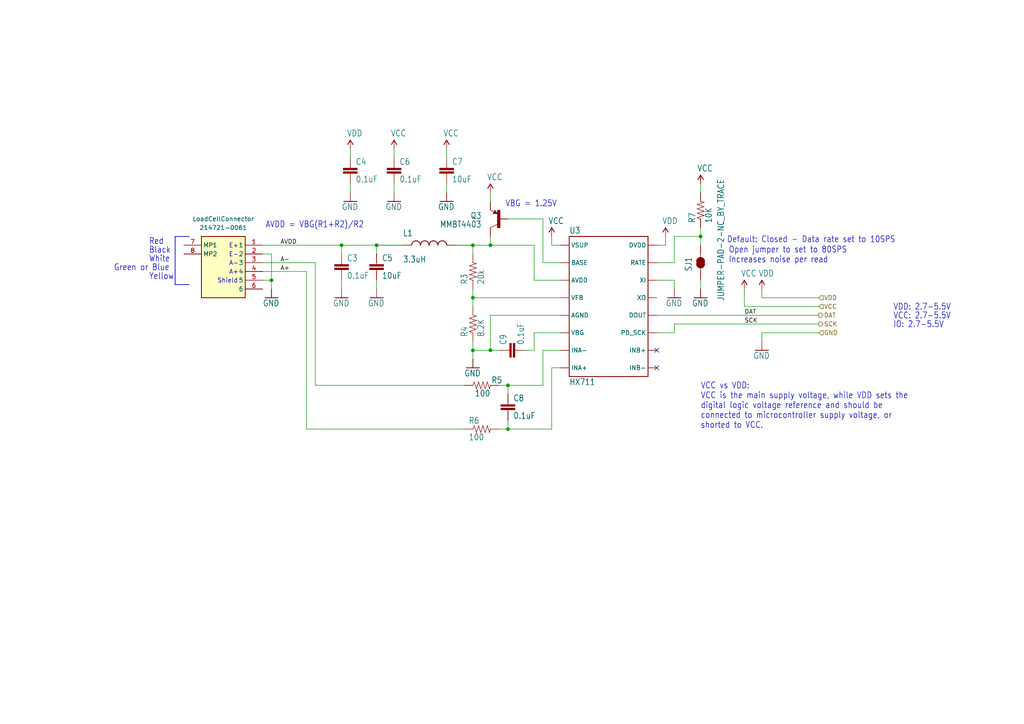
<source format=kicad_sch>
(kicad_sch
	(version 20231120)
	(generator "eeschema")
	(generator_version "8.0")
	(uuid "474a8034-81b9-411d-94c8-330911c61797")
	(paper "A4")
	(lib_symbols
		(symbol "6_pos_connector:214721-0061"
			(exclude_from_sim no)
			(in_bom yes)
			(on_board yes)
			(property "Reference" "J"
				(at 19.05 7.62 0)
				(effects
					(font
						(size 1.27 1.27)
					)
					(justify left top)
				)
			)
			(property "Value" "214721-0061"
				(at 19.05 5.08 0)
				(effects
					(font
						(size 1.27 1.27)
					)
					(justify left top)
				)
			)
			(property "Footprint" "2147210061"
				(at 19.05 -94.92 0)
				(effects
					(font
						(size 1.27 1.27)
					)
					(justify left top)
					(hide yes)
				)
			)
			(property "Datasheet" "https://www.molex.com/en-us/products/part-detail/2147210061?display=pdf"
				(at 19.05 -194.92 0)
				(effects
					(font
						(size 1.27 1.27)
					)
					(justify left top)
					(hide yes)
				)
			)
			(property "Description" "Zero-Hachi Header, 0.80mm Pitch, Single Row, Right-Angle, Surface Mount, Gold (Au) Plating, Friction Lock, 6 Circuits, Tape and Reel"
				(at 0 0 0)
				(effects
					(font
						(size 1.27 1.27)
					)
					(hide yes)
				)
			)
			(property "Height" "1.8"
				(at 19.05 -394.92 0)
				(effects
					(font
						(size 1.27 1.27)
					)
					(justify left top)
					(hide yes)
				)
			)
			(property "Mouser Part Number" ""
				(at 19.05 -494.92 0)
				(effects
					(font
						(size 1.27 1.27)
					)
					(justify left top)
					(hide yes)
				)
			)
			(property "Mouser Price/Stock" ""
				(at 19.05 -594.92 0)
				(effects
					(font
						(size 1.27 1.27)
					)
					(justify left top)
					(hide yes)
				)
			)
			(property "Manufacturer_Name" "Molex"
				(at 19.05 -694.92 0)
				(effects
					(font
						(size 1.27 1.27)
					)
					(justify left top)
					(hide yes)
				)
			)
			(property "Manufacturer_Part_Number" "214721-0061"
				(at 19.05 -794.92 0)
				(effects
					(font
						(size 1.27 1.27)
					)
					(justify left top)
					(hide yes)
				)
			)
			(symbol "214721-0061_1_1"
				(rectangle
					(start 5.08 2.54)
					(end 17.78 -15.24)
					(stroke
						(width 0.254)
						(type default)
					)
					(fill
						(type background)
					)
				)
				(pin passive line
					(at 22.86 0 180)
					(length 5.08)
					(name "1"
						(effects
							(font
								(size 1.27 1.27)
							)
						)
					)
					(number "1"
						(effects
							(font
								(size 1.27 1.27)
							)
						)
					)
				)
				(pin passive line
					(at 22.86 -2.54 180)
					(length 5.08)
					(name "2"
						(effects
							(font
								(size 1.27 1.27)
							)
						)
					)
					(number "2"
						(effects
							(font
								(size 1.27 1.27)
							)
						)
					)
				)
				(pin passive line
					(at 22.86 -5.08 180)
					(length 5.08)
					(name "3"
						(effects
							(font
								(size 1.27 1.27)
							)
						)
					)
					(number "3"
						(effects
							(font
								(size 1.27 1.27)
							)
						)
					)
				)
				(pin passive line
					(at 22.86 -7.62 180)
					(length 5.08)
					(name "4"
						(effects
							(font
								(size 1.27 1.27)
							)
						)
					)
					(number "4"
						(effects
							(font
								(size 1.27 1.27)
							)
						)
					)
				)
				(pin passive line
					(at 22.86 -10.16 180)
					(length 5.08)
					(name "5"
						(effects
							(font
								(size 1.27 1.27)
							)
						)
					)
					(number "5"
						(effects
							(font
								(size 1.27 1.27)
							)
						)
					)
				)
				(pin passive line
					(at 22.86 -12.7 180)
					(length 5.08)
					(name "6"
						(effects
							(font
								(size 1.27 1.27)
							)
						)
					)
					(number "6"
						(effects
							(font
								(size 1.27 1.27)
							)
						)
					)
				)
				(pin passive line
					(at 0 0 0)
					(length 5.08)
					(name "MP1"
						(effects
							(font
								(size 1.27 1.27)
							)
						)
					)
					(number "7"
						(effects
							(font
								(size 1.27 1.27)
							)
						)
					)
				)
				(pin passive line
					(at 0 -2.54 0)
					(length 5.08)
					(name "MP2"
						(effects
							(font
								(size 1.27 1.27)
							)
						)
					)
					(number "8"
						(effects
							(font
								(size 1.27 1.27)
							)
						)
					)
				)
			)
		)
		(symbol "Load Cell and Amplifier-eagle-import:0.1UF-25V-5%(0603)"
			(exclude_from_sim no)
			(in_bom yes)
			(on_board yes)
			(property "Reference" "C"
				(at 1.524 2.921 0)
				(effects
					(font
						(size 1.778 1.5113)
					)
					(justify left bottom)
				)
			)
			(property "Value" ""
				(at 1.524 -2.159 0)
				(effects
					(font
						(size 1.778 1.5113)
					)
					(justify left bottom)
				)
			)
			(property "Footprint" "Load Cell and Amplifier:0603-CAP"
				(at 0 0 0)
				(effects
					(font
						(size 1.27 1.27)
					)
					(hide yes)
				)
			)
			(property "Datasheet" ""
				(at 0 0 0)
				(effects
					(font
						(size 1.27 1.27)
					)
					(hide yes)
				)
			)
			(property "Description" "CAP-08604"
				(at 0 0 0)
				(effects
					(font
						(size 1.27 1.27)
					)
					(hide yes)
				)
			)
			(property "ki_locked" ""
				(at 0 0 0)
				(effects
					(font
						(size 1.27 1.27)
					)
				)
			)
			(symbol "0.1UF-25V-5%(0603)_1_0"
				(rectangle
					(start -2.032 0.508)
					(end 2.032 1.016)
					(stroke
						(width 0)
						(type default)
					)
					(fill
						(type outline)
					)
				)
				(rectangle
					(start -2.032 1.524)
					(end 2.032 2.032)
					(stroke
						(width 0)
						(type default)
					)
					(fill
						(type outline)
					)
				)
				(polyline
					(pts
						(xy 0 0) (xy 0 0.508)
					)
					(stroke
						(width 0.1524)
						(type solid)
					)
					(fill
						(type none)
					)
				)
				(polyline
					(pts
						(xy 0 2.54) (xy 0 2.032)
					)
					(stroke
						(width 0.1524)
						(type solid)
					)
					(fill
						(type none)
					)
				)
				(pin passive line
					(at 0 5.08 270)
					(length 2.54)
					(name "1"
						(effects
							(font
								(size 0 0)
							)
						)
					)
					(number "1"
						(effects
							(font
								(size 0 0)
							)
						)
					)
				)
				(pin passive line
					(at 0 -2.54 90)
					(length 2.54)
					(name "2"
						(effects
							(font
								(size 0 0)
							)
						)
					)
					(number "2"
						(effects
							(font
								(size 0 0)
							)
						)
					)
				)
			)
		)
		(symbol "Load Cell and Amplifier-eagle-import:100OHM-1/10W-1%(0603)"
			(exclude_from_sim no)
			(in_bom yes)
			(on_board yes)
			(property "Reference" "R"
				(at -3.81 1.4986 0)
				(effects
					(font
						(size 1.778 1.5113)
					)
					(justify left bottom)
				)
			)
			(property "Value" ""
				(at -3.81 -3.302 0)
				(effects
					(font
						(size 1.778 1.5113)
					)
					(justify left bottom)
				)
			)
			(property "Footprint" "Load Cell and Amplifier:0603-RES"
				(at 0 0 0)
				(effects
					(font
						(size 1.27 1.27)
					)
					(hide yes)
				)
			)
			(property "Datasheet" ""
				(at 0 0 0)
				(effects
					(font
						(size 1.27 1.27)
					)
					(hide yes)
				)
			)
			(property "Description" "RES-07863"
				(at 0 0 0)
				(effects
					(font
						(size 1.27 1.27)
					)
					(hide yes)
				)
			)
			(property "ki_locked" ""
				(at 0 0 0)
				(effects
					(font
						(size 1.27 1.27)
					)
				)
			)
			(symbol "100OHM-1/10W-1%(0603)_1_0"
				(polyline
					(pts
						(xy -2.54 0) (xy -2.159 1.016)
					)
					(stroke
						(width 0.1524)
						(type solid)
					)
					(fill
						(type none)
					)
				)
				(polyline
					(pts
						(xy -2.159 1.016) (xy -1.524 -1.016)
					)
					(stroke
						(width 0.1524)
						(type solid)
					)
					(fill
						(type none)
					)
				)
				(polyline
					(pts
						(xy -1.524 -1.016) (xy -0.889 1.016)
					)
					(stroke
						(width 0.1524)
						(type solid)
					)
					(fill
						(type none)
					)
				)
				(polyline
					(pts
						(xy -0.889 1.016) (xy -0.254 -1.016)
					)
					(stroke
						(width 0.1524)
						(type solid)
					)
					(fill
						(type none)
					)
				)
				(polyline
					(pts
						(xy -0.254 -1.016) (xy 0.381 1.016)
					)
					(stroke
						(width 0.1524)
						(type solid)
					)
					(fill
						(type none)
					)
				)
				(polyline
					(pts
						(xy 0.381 1.016) (xy 1.016 -1.016)
					)
					(stroke
						(width 0.1524)
						(type solid)
					)
					(fill
						(type none)
					)
				)
				(polyline
					(pts
						(xy 1.016 -1.016) (xy 1.651 1.016)
					)
					(stroke
						(width 0.1524)
						(type solid)
					)
					(fill
						(type none)
					)
				)
				(polyline
					(pts
						(xy 1.651 1.016) (xy 2.286 -1.016)
					)
					(stroke
						(width 0.1524)
						(type solid)
					)
					(fill
						(type none)
					)
				)
				(polyline
					(pts
						(xy 2.286 -1.016) (xy 2.54 0)
					)
					(stroke
						(width 0.1524)
						(type solid)
					)
					(fill
						(type none)
					)
				)
				(pin passive line
					(at -5.08 0 0)
					(length 2.54)
					(name "1"
						(effects
							(font
								(size 0 0)
							)
						)
					)
					(number "1"
						(effects
							(font
								(size 0 0)
							)
						)
					)
				)
				(pin passive line
					(at 5.08 0 180)
					(length 2.54)
					(name "2"
						(effects
							(font
								(size 0 0)
							)
						)
					)
					(number "2"
						(effects
							(font
								(size 0 0)
							)
						)
					)
				)
			)
		)
		(symbol "Load Cell and Amplifier-eagle-import:10KOHM-1/10W-1%(0603)0603"
			(exclude_from_sim no)
			(in_bom yes)
			(on_board yes)
			(property "Reference" "R"
				(at -3.81 1.4986 0)
				(effects
					(font
						(size 1.778 1.5113)
					)
					(justify left bottom)
				)
			)
			(property "Value" ""
				(at -3.81 -3.302 0)
				(effects
					(font
						(size 1.778 1.5113)
					)
					(justify left bottom)
				)
			)
			(property "Footprint" "Load Cell and Amplifier:0603-RES"
				(at 0 0 0)
				(effects
					(font
						(size 1.27 1.27)
					)
					(hide yes)
				)
			)
			(property "Datasheet" ""
				(at 0 0 0)
				(effects
					(font
						(size 1.27 1.27)
					)
					(hide yes)
				)
			)
			(property "Description" "RES-00824"
				(at 0 0 0)
				(effects
					(font
						(size 1.27 1.27)
					)
					(hide yes)
				)
			)
			(property "ki_locked" ""
				(at 0 0 0)
				(effects
					(font
						(size 1.27 1.27)
					)
				)
			)
			(symbol "10KOHM-1/10W-1%(0603)0603_1_0"
				(polyline
					(pts
						(xy -2.54 0) (xy -2.159 1.016)
					)
					(stroke
						(width 0.1524)
						(type solid)
					)
					(fill
						(type none)
					)
				)
				(polyline
					(pts
						(xy -2.159 1.016) (xy -1.524 -1.016)
					)
					(stroke
						(width 0.1524)
						(type solid)
					)
					(fill
						(type none)
					)
				)
				(polyline
					(pts
						(xy -1.524 -1.016) (xy -0.889 1.016)
					)
					(stroke
						(width 0.1524)
						(type solid)
					)
					(fill
						(type none)
					)
				)
				(polyline
					(pts
						(xy -0.889 1.016) (xy -0.254 -1.016)
					)
					(stroke
						(width 0.1524)
						(type solid)
					)
					(fill
						(type none)
					)
				)
				(polyline
					(pts
						(xy -0.254 -1.016) (xy 0.381 1.016)
					)
					(stroke
						(width 0.1524)
						(type solid)
					)
					(fill
						(type none)
					)
				)
				(polyline
					(pts
						(xy 0.381 1.016) (xy 1.016 -1.016)
					)
					(stroke
						(width 0.1524)
						(type solid)
					)
					(fill
						(type none)
					)
				)
				(polyline
					(pts
						(xy 1.016 -1.016) (xy 1.651 1.016)
					)
					(stroke
						(width 0.1524)
						(type solid)
					)
					(fill
						(type none)
					)
				)
				(polyline
					(pts
						(xy 1.651 1.016) (xy 2.286 -1.016)
					)
					(stroke
						(width 0.1524)
						(type solid)
					)
					(fill
						(type none)
					)
				)
				(polyline
					(pts
						(xy 2.286 -1.016) (xy 2.54 0)
					)
					(stroke
						(width 0.1524)
						(type solid)
					)
					(fill
						(type none)
					)
				)
				(pin passive line
					(at -5.08 0 0)
					(length 2.54)
					(name "1"
						(effects
							(font
								(size 0 0)
							)
						)
					)
					(number "1"
						(effects
							(font
								(size 0 0)
							)
						)
					)
				)
				(pin passive line
					(at 5.08 0 180)
					(length 2.54)
					(name "2"
						(effects
							(font
								(size 0 0)
							)
						)
					)
					(number "2"
						(effects
							(font
								(size 0 0)
							)
						)
					)
				)
			)
		)
		(symbol "Load Cell and Amplifier-eagle-import:10UF50V20%(1210)"
			(exclude_from_sim no)
			(in_bom yes)
			(on_board yes)
			(property "Reference" "C"
				(at 1.524 2.921 0)
				(effects
					(font
						(size 1.778 1.5113)
					)
					(justify left bottom)
				)
			)
			(property "Value" ""
				(at 1.524 -2.159 0)
				(effects
					(font
						(size 1.778 1.5113)
					)
					(justify left bottom)
				)
			)
			(property "Footprint" "Load Cell and Amplifier:1210"
				(at 0 0 0)
				(effects
					(font
						(size 1.27 1.27)
					)
					(hide yes)
				)
			)
			(property "Datasheet" ""
				(at 0 0 0)
				(effects
					(font
						(size 1.27 1.27)
					)
					(hide yes)
				)
			)
			(property "Description" "CAP-09824"
				(at 0 0 0)
				(effects
					(font
						(size 1.27 1.27)
					)
					(hide yes)
				)
			)
			(property "ki_locked" ""
				(at 0 0 0)
				(effects
					(font
						(size 1.27 1.27)
					)
				)
			)
			(symbol "10UF50V20%(1210)_1_0"
				(rectangle
					(start -2.032 0.508)
					(end 2.032 1.016)
					(stroke
						(width 0)
						(type default)
					)
					(fill
						(type outline)
					)
				)
				(rectangle
					(start -2.032 1.524)
					(end 2.032 2.032)
					(stroke
						(width 0)
						(type default)
					)
					(fill
						(type outline)
					)
				)
				(polyline
					(pts
						(xy 0 0) (xy 0 0.508)
					)
					(stroke
						(width 0.1524)
						(type solid)
					)
					(fill
						(type none)
					)
				)
				(polyline
					(pts
						(xy 0 2.54) (xy 0 2.032)
					)
					(stroke
						(width 0.1524)
						(type solid)
					)
					(fill
						(type none)
					)
				)
				(pin passive line
					(at 0 5.08 270)
					(length 2.54)
					(name "1"
						(effects
							(font
								(size 0 0)
							)
						)
					)
					(number "1"
						(effects
							(font
								(size 0 0)
							)
						)
					)
				)
				(pin passive line
					(at 0 -2.54 90)
					(length 2.54)
					(name "2"
						(effects
							(font
								(size 0 0)
							)
						)
					)
					(number "2"
						(effects
							(font
								(size 0 0)
							)
						)
					)
				)
			)
		)
		(symbol "Load Cell and Amplifier-eagle-import:20KOHM1/10W1%(0603)"
			(exclude_from_sim no)
			(in_bom yes)
			(on_board yes)
			(property "Reference" "R"
				(at -3.81 1.4986 0)
				(effects
					(font
						(size 1.778 1.5113)
					)
					(justify left bottom)
				)
			)
			(property "Value" ""
				(at -3.81 -3.302 0)
				(effects
					(font
						(size 1.778 1.5113)
					)
					(justify left bottom)
				)
			)
			(property "Footprint" "Load Cell and Amplifier:0603-RES"
				(at 0 0 0)
				(effects
					(font
						(size 1.27 1.27)
					)
					(hide yes)
				)
			)
			(property "Datasheet" ""
				(at 0 0 0)
				(effects
					(font
						(size 1.27 1.27)
					)
					(hide yes)
				)
			)
			(property "Description" "RES-09383"
				(at 0 0 0)
				(effects
					(font
						(size 1.27 1.27)
					)
					(hide yes)
				)
			)
			(property "ki_locked" ""
				(at 0 0 0)
				(effects
					(font
						(size 1.27 1.27)
					)
				)
			)
			(symbol "20KOHM1/10W1%(0603)_1_0"
				(polyline
					(pts
						(xy -2.54 0) (xy -2.159 1.016)
					)
					(stroke
						(width 0.1524)
						(type solid)
					)
					(fill
						(type none)
					)
				)
				(polyline
					(pts
						(xy -2.159 1.016) (xy -1.524 -1.016)
					)
					(stroke
						(width 0.1524)
						(type solid)
					)
					(fill
						(type none)
					)
				)
				(polyline
					(pts
						(xy -1.524 -1.016) (xy -0.889 1.016)
					)
					(stroke
						(width 0.1524)
						(type solid)
					)
					(fill
						(type none)
					)
				)
				(polyline
					(pts
						(xy -0.889 1.016) (xy -0.254 -1.016)
					)
					(stroke
						(width 0.1524)
						(type solid)
					)
					(fill
						(type none)
					)
				)
				(polyline
					(pts
						(xy -0.254 -1.016) (xy 0.381 1.016)
					)
					(stroke
						(width 0.1524)
						(type solid)
					)
					(fill
						(type none)
					)
				)
				(polyline
					(pts
						(xy 0.381 1.016) (xy 1.016 -1.016)
					)
					(stroke
						(width 0.1524)
						(type solid)
					)
					(fill
						(type none)
					)
				)
				(polyline
					(pts
						(xy 1.016 -1.016) (xy 1.651 1.016)
					)
					(stroke
						(width 0.1524)
						(type solid)
					)
					(fill
						(type none)
					)
				)
				(polyline
					(pts
						(xy 1.651 1.016) (xy 2.286 -1.016)
					)
					(stroke
						(width 0.1524)
						(type solid)
					)
					(fill
						(type none)
					)
				)
				(polyline
					(pts
						(xy 2.286 -1.016) (xy 2.54 0)
					)
					(stroke
						(width 0.1524)
						(type solid)
					)
					(fill
						(type none)
					)
				)
				(pin passive line
					(at -5.08 0 0)
					(length 2.54)
					(name "1"
						(effects
							(font
								(size 0 0)
							)
						)
					)
					(number "1"
						(effects
							(font
								(size 0 0)
							)
						)
					)
				)
				(pin passive line
					(at 5.08 0 180)
					(length 2.54)
					(name "2"
						(effects
							(font
								(size 0 0)
							)
						)
					)
					(number "2"
						(effects
							(font
								(size 0 0)
							)
						)
					)
				)
			)
		)
		(symbol "Load Cell and Amplifier-eagle-import:8.2KOHM-1/10W-5%(0603)"
			(exclude_from_sim no)
			(in_bom yes)
			(on_board yes)
			(property "Reference" "R"
				(at -3.81 1.4986 0)
				(effects
					(font
						(size 1.778 1.5113)
					)
					(justify left bottom)
				)
			)
			(property "Value" ""
				(at -3.81 -3.302 0)
				(effects
					(font
						(size 1.778 1.5113)
					)
					(justify left bottom)
				)
			)
			(property "Footprint" "Load Cell and Amplifier:0603-RES"
				(at 0 0 0)
				(effects
					(font
						(size 1.27 1.27)
					)
					(hide yes)
				)
			)
			(property "Datasheet" ""
				(at 0 0 0)
				(effects
					(font
						(size 1.27 1.27)
					)
					(hide yes)
				)
			)
			(property "Description" "RES-10646"
				(at 0 0 0)
				(effects
					(font
						(size 1.27 1.27)
					)
					(hide yes)
				)
			)
			(property "ki_locked" ""
				(at 0 0 0)
				(effects
					(font
						(size 1.27 1.27)
					)
				)
			)
			(symbol "8.2KOHM-1/10W-5%(0603)_1_0"
				(polyline
					(pts
						(xy -2.54 0) (xy -2.159 1.016)
					)
					(stroke
						(width 0.1524)
						(type solid)
					)
					(fill
						(type none)
					)
				)
				(polyline
					(pts
						(xy -2.159 1.016) (xy -1.524 -1.016)
					)
					(stroke
						(width 0.1524)
						(type solid)
					)
					(fill
						(type none)
					)
				)
				(polyline
					(pts
						(xy -1.524 -1.016) (xy -0.889 1.016)
					)
					(stroke
						(width 0.1524)
						(type solid)
					)
					(fill
						(type none)
					)
				)
				(polyline
					(pts
						(xy -0.889 1.016) (xy -0.254 -1.016)
					)
					(stroke
						(width 0.1524)
						(type solid)
					)
					(fill
						(type none)
					)
				)
				(polyline
					(pts
						(xy -0.254 -1.016) (xy 0.381 1.016)
					)
					(stroke
						(width 0.1524)
						(type solid)
					)
					(fill
						(type none)
					)
				)
				(polyline
					(pts
						(xy 0.381 1.016) (xy 1.016 -1.016)
					)
					(stroke
						(width 0.1524)
						(type solid)
					)
					(fill
						(type none)
					)
				)
				(polyline
					(pts
						(xy 1.016 -1.016) (xy 1.651 1.016)
					)
					(stroke
						(width 0.1524)
						(type solid)
					)
					(fill
						(type none)
					)
				)
				(polyline
					(pts
						(xy 1.651 1.016) (xy 2.286 -1.016)
					)
					(stroke
						(width 0.1524)
						(type solid)
					)
					(fill
						(type none)
					)
				)
				(polyline
					(pts
						(xy 2.286 -1.016) (xy 2.54 0)
					)
					(stroke
						(width 0.1524)
						(type solid)
					)
					(fill
						(type none)
					)
				)
				(pin passive line
					(at -5.08 0 0)
					(length 2.54)
					(name "1"
						(effects
							(font
								(size 0 0)
							)
						)
					)
					(number "1"
						(effects
							(font
								(size 0 0)
							)
						)
					)
				)
				(pin passive line
					(at 5.08 0 180)
					(length 2.54)
					(name "2"
						(effects
							(font
								(size 0 0)
							)
						)
					)
					(number "2"
						(effects
							(font
								(size 0 0)
							)
						)
					)
				)
			)
		)
		(symbol "Load Cell and Amplifier-eagle-import:GND"
			(power)
			(exclude_from_sim no)
			(in_bom yes)
			(on_board yes)
			(property "Reference" "#GND"
				(at 0 0 0)
				(effects
					(font
						(size 1.27 1.27)
					)
					(hide yes)
				)
			)
			(property "Value" ""
				(at -2.54 -2.54 0)
				(effects
					(font
						(size 1.778 1.5113)
					)
					(justify left bottom)
				)
			)
			(property "Footprint" ""
				(at 0 0 0)
				(effects
					(font
						(size 1.27 1.27)
					)
					(hide yes)
				)
			)
			(property "Datasheet" ""
				(at 0 0 0)
				(effects
					(font
						(size 1.27 1.27)
					)
					(hide yes)
				)
			)
			(property "Description" "SUPPLY SYMBOL"
				(at 0 0 0)
				(effects
					(font
						(size 1.27 1.27)
					)
					(hide yes)
				)
			)
			(property "ki_locked" ""
				(at 0 0 0)
				(effects
					(font
						(size 1.27 1.27)
					)
				)
			)
			(symbol "GND_1_0"
				(polyline
					(pts
						(xy -1.905 0) (xy 1.905 0)
					)
					(stroke
						(width 0.254)
						(type solid)
					)
					(fill
						(type none)
					)
				)
				(pin power_in line
					(at 0 2.54 270)
					(length 2.54)
					(name "GND"
						(effects
							(font
								(size 0 0)
							)
						)
					)
					(number "1"
						(effects
							(font
								(size 0 0)
							)
						)
					)
				)
			)
		)
		(symbol "Load Cell and Amplifier-eagle-import:HX711HX711"
			(exclude_from_sim no)
			(in_bom yes)
			(on_board yes)
			(property "Reference" "U"
				(at -12.7 21.082 0)
				(effects
					(font
						(size 1.778 1.5113)
					)
					(justify left bottom)
					(hide yes)
				)
			)
			(property "Value" ""
				(at -12.7 -22.86 0)
				(effects
					(font
						(size 1.778 1.5113)
					)
					(justify left bottom)
					(hide yes)
				)
			)
			(property "Footprint" "Load Cell and Amplifier:SO16"
				(at 0 0 0)
				(effects
					(font
						(size 1.27 1.27)
					)
					(hide yes)
				)
			)
			(property "Datasheet" ""
				(at 0 0 0)
				(effects
					(font
						(size 1.27 1.27)
					)
					(hide yes)
				)
			)
			(property "Description" ""
				(at 0 0 0)
				(effects
					(font
						(size 1.27 1.27)
					)
					(hide yes)
				)
			)
			(property "ki_locked" ""
				(at 0 0 0)
				(effects
					(font
						(size 1.27 1.27)
					)
				)
			)
			(symbol "HX711HX711_1_0"
				(polyline
					(pts
						(xy -12.7 -20.32) (xy -12.7 20.32)
					)
					(stroke
						(width 0.254)
						(type solid)
					)
					(fill
						(type none)
					)
				)
				(polyline
					(pts
						(xy -12.7 20.32) (xy 10.16 20.32)
					)
					(stroke
						(width 0.254)
						(type solid)
					)
					(fill
						(type none)
					)
				)
				(polyline
					(pts
						(xy 10.16 -20.32) (xy -12.7 -20.32)
					)
					(stroke
						(width 0.254)
						(type solid)
					)
					(fill
						(type none)
					)
				)
				(polyline
					(pts
						(xy 10.16 20.32) (xy 10.16 -20.32)
					)
					(stroke
						(width 0.254)
						(type solid)
					)
					(fill
						(type none)
					)
				)
				(pin bidirectional line
					(at -15.24 17.78 0)
					(length 2.54)
					(name "VSUP"
						(effects
							(font
								(size 1.27 1.27)
							)
						)
					)
					(number "1"
						(effects
							(font
								(size 0 0)
							)
						)
					)
				)
				(pin bidirectional line
					(at 12.7 -12.7 180)
					(length 2.54)
					(name "INB+"
						(effects
							(font
								(size 1.27 1.27)
							)
						)
					)
					(number "10"
						(effects
							(font
								(size 0 0)
							)
						)
					)
				)
				(pin bidirectional line
					(at 12.7 -7.62 180)
					(length 2.54)
					(name "PD_SCK"
						(effects
							(font
								(size 1.27 1.27)
							)
						)
					)
					(number "11"
						(effects
							(font
								(size 0 0)
							)
						)
					)
				)
				(pin bidirectional line
					(at 12.7 -2.54 180)
					(length 2.54)
					(name "DOUT"
						(effects
							(font
								(size 1.27 1.27)
							)
						)
					)
					(number "12"
						(effects
							(font
								(size 0 0)
							)
						)
					)
				)
				(pin bidirectional line
					(at 12.7 2.54 180)
					(length 2.54)
					(name "XO"
						(effects
							(font
								(size 1.27 1.27)
							)
						)
					)
					(number "13"
						(effects
							(font
								(size 0 0)
							)
						)
					)
				)
				(pin bidirectional line
					(at 12.7 7.62 180)
					(length 2.54)
					(name "XI"
						(effects
							(font
								(size 1.27 1.27)
							)
						)
					)
					(number "14"
						(effects
							(font
								(size 0 0)
							)
						)
					)
				)
				(pin bidirectional line
					(at 12.7 12.7 180)
					(length 2.54)
					(name "RATE"
						(effects
							(font
								(size 1.27 1.27)
							)
						)
					)
					(number "15"
						(effects
							(font
								(size 0 0)
							)
						)
					)
				)
				(pin bidirectional line
					(at 12.7 17.78 180)
					(length 2.54)
					(name "DVDD"
						(effects
							(font
								(size 1.27 1.27)
							)
						)
					)
					(number "16"
						(effects
							(font
								(size 0 0)
							)
						)
					)
				)
				(pin bidirectional line
					(at -15.24 12.7 0)
					(length 2.54)
					(name "BASE"
						(effects
							(font
								(size 1.27 1.27)
							)
						)
					)
					(number "2"
						(effects
							(font
								(size 0 0)
							)
						)
					)
				)
				(pin bidirectional line
					(at -15.24 7.62 0)
					(length 2.54)
					(name "AVDD"
						(effects
							(font
								(size 1.27 1.27)
							)
						)
					)
					(number "3"
						(effects
							(font
								(size 0 0)
							)
						)
					)
				)
				(pin bidirectional line
					(at -15.24 2.54 0)
					(length 2.54)
					(name "VFB"
						(effects
							(font
								(size 1.27 1.27)
							)
						)
					)
					(number "4"
						(effects
							(font
								(size 0 0)
							)
						)
					)
				)
				(pin bidirectional line
					(at -15.24 -2.54 0)
					(length 2.54)
					(name "AGND"
						(effects
							(font
								(size 1.27 1.27)
							)
						)
					)
					(number "5"
						(effects
							(font
								(size 0 0)
							)
						)
					)
				)
				(pin bidirectional line
					(at -15.24 -7.62 0)
					(length 2.54)
					(name "VBG"
						(effects
							(font
								(size 1.27 1.27)
							)
						)
					)
					(number "6"
						(effects
							(font
								(size 0 0)
							)
						)
					)
				)
				(pin bidirectional line
					(at -15.24 -12.7 0)
					(length 2.54)
					(name "INA-"
						(effects
							(font
								(size 1.27 1.27)
							)
						)
					)
					(number "7"
						(effects
							(font
								(size 0 0)
							)
						)
					)
				)
				(pin bidirectional line
					(at -15.24 -17.78 0)
					(length 2.54)
					(name "INA+"
						(effects
							(font
								(size 1.27 1.27)
							)
						)
					)
					(number "8"
						(effects
							(font
								(size 0 0)
							)
						)
					)
				)
				(pin bidirectional line
					(at 12.7 -17.78 180)
					(length 2.54)
					(name "INB-"
						(effects
							(font
								(size 1.27 1.27)
							)
						)
					)
					(number "9"
						(effects
							(font
								(size 0 0)
							)
						)
					)
				)
			)
		)
		(symbol "Load Cell and Amplifier-eagle-import:INDUCTOR0805-IND"
			(exclude_from_sim no)
			(in_bom yes)
			(on_board yes)
			(property "Reference" "L"
				(at 2.54 5.08 0)
				(effects
					(font
						(size 1.778 1.5113)
					)
					(justify left bottom)
				)
			)
			(property "Value" ""
				(at 2.54 -5.08 0)
				(effects
					(font
						(size 1.778 1.5113)
					)
					(justify left bottom)
				)
			)
			(property "Footprint" "Load Cell and Amplifier:0805"
				(at 0 0 0)
				(effects
					(font
						(size 1.27 1.27)
					)
					(hide yes)
				)
			)
			(property "Datasheet" ""
				(at 0 0 0)
				(effects
					(font
						(size 1.27 1.27)
					)
					(hide yes)
				)
			)
			(property "Description" "Inductors\n\nBasic Inductor/Choke - 0603 and 1206. Footprints are not proven and vary greatly between part numbers.\nINDUCTOR POWER 3.3UH 4.0A SMD\n0.197\" L x 0.197\" W x 0.177\" H (5.00mm x 5.00mm x 4.50mm)"
				(at 0 0 0)
				(effects
					(font
						(size 1.27 1.27)
					)
					(hide yes)
				)
			)
			(property "ki_locked" ""
				(at 0 0 0)
				(effects
					(font
						(size 1.27 1.27)
					)
				)
			)
			(symbol "INDUCTOR0805-IND_1_0"
				(arc
					(start 0 -5.08)
					(mid 0.898 -4.708)
					(end 1.27 -3.81)
					(stroke
						(width 0.254)
						(type solid)
					)
					(fill
						(type none)
					)
				)
				(arc
					(start 0 -2.54)
					(mid 0.898 -2.168)
					(end 1.27 -1.27)
					(stroke
						(width 0.254)
						(type solid)
					)
					(fill
						(type none)
					)
				)
				(arc
					(start 0 0)
					(mid 0.898 0.372)
					(end 1.27 1.27)
					(stroke
						(width 0.254)
						(type solid)
					)
					(fill
						(type none)
					)
				)
				(arc
					(start 0 2.54)
					(mid 0.898 2.912)
					(end 1.27 3.81)
					(stroke
						(width 0.254)
						(type solid)
					)
					(fill
						(type none)
					)
				)
				(arc
					(start 1.27 -3.81)
					(mid 0.898 -2.912)
					(end 0 -2.54)
					(stroke
						(width 0.254)
						(type solid)
					)
					(fill
						(type none)
					)
				)
				(arc
					(start 1.27 -1.27)
					(mid 0.898 -0.372)
					(end 0 0)
					(stroke
						(width 0.254)
						(type solid)
					)
					(fill
						(type none)
					)
				)
				(arc
					(start 1.27 1.27)
					(mid 0.898 2.168)
					(end 0 2.54)
					(stroke
						(width 0.254)
						(type solid)
					)
					(fill
						(type none)
					)
				)
				(arc
					(start 1.27 3.81)
					(mid 0.898 4.708)
					(end 0 5.08)
					(stroke
						(width 0.254)
						(type solid)
					)
					(fill
						(type none)
					)
				)
				(pin passive line
					(at 0 7.62 270)
					(length 2.54)
					(name "1"
						(effects
							(font
								(size 0 0)
							)
						)
					)
					(number "1"
						(effects
							(font
								(size 0 0)
							)
						)
					)
				)
				(pin passive line
					(at 0 -7.62 90)
					(length 2.54)
					(name "2"
						(effects
							(font
								(size 0 0)
							)
						)
					)
					(number "2"
						(effects
							(font
								(size 0 0)
							)
						)
					)
				)
			)
		)
		(symbol "Load Cell and Amplifier-eagle-import:JUMPER-PAD-2-NC_BY_TRACE"
			(exclude_from_sim no)
			(in_bom yes)
			(on_board yes)
			(property "Reference" "JP"
				(at -2.54 2.54 0)
				(effects
					(font
						(size 1.778 1.5113)
					)
					(justify left bottom)
				)
			)
			(property "Value" ""
				(at -2.54 -5.08 0)
				(effects
					(font
						(size 1.778 1.5113)
					)
					(justify left bottom)
				)
			)
			(property "Footprint" "Load Cell and Amplifier:PAD-JUMPER-2-NC_BY_TRACE_YES_SILK"
				(at 0 0 0)
				(effects
					(font
						(size 1.27 1.27)
					)
					(hide yes)
				)
			)
			(property "Datasheet" ""
				(at 0 0 0)
				(effects
					(font
						(size 1.27 1.27)
					)
					(hide yes)
				)
			)
			(property "Description" ""
				(at 0 0 0)
				(effects
					(font
						(size 1.27 1.27)
					)
					(hide yes)
				)
			)
			(property "ki_locked" ""
				(at 0 0 0)
				(effects
					(font
						(size 1.27 1.27)
					)
				)
			)
			(symbol "JUMPER-PAD-2-NC_BY_TRACE_1_0"
				(arc
					(start -0.3808 0.635)
					(mid -1.0159 0.0001)
					(end -0.381 -0.635)
					(stroke
						(width 1.27)
						(type solid)
					)
					(fill
						(type none)
					)
				)
				(polyline
					(pts
						(xy -2.54 0) (xy -1.651 0)
					)
					(stroke
						(width 0.1524)
						(type solid)
					)
					(fill
						(type none)
					)
				)
				(polyline
					(pts
						(xy -0.762 0) (xy 1.016 0)
					)
					(stroke
						(width 0.254)
						(type solid)
					)
					(fill
						(type none)
					)
				)
				(polyline
					(pts
						(xy 2.54 0) (xy 1.651 0)
					)
					(stroke
						(width 0.1524)
						(type solid)
					)
					(fill
						(type none)
					)
				)
				(arc
					(start 0.3809 -0.6351)
					(mid 0.83 -0.4491)
					(end 1.016 0)
					(stroke
						(width 1.27)
						(type solid)
					)
					(fill
						(type none)
					)
				)
				(arc
					(start 1.0159 -0.0001)
					(mid 0.83 0.4489)
					(end 0.381 0.635)
					(stroke
						(width 1.27)
						(type solid)
					)
					(fill
						(type none)
					)
				)
				(pin passive line
					(at -5.08 0 0)
					(length 2.54)
					(name "1"
						(effects
							(font
								(size 0 0)
							)
						)
					)
					(number "1"
						(effects
							(font
								(size 0 0)
							)
						)
					)
				)
				(pin passive line
					(at 5.08 0 180)
					(length 2.54)
					(name "2"
						(effects
							(font
								(size 0 0)
							)
						)
					)
					(number "2"
						(effects
							(font
								(size 0 0)
							)
						)
					)
				)
			)
		)
		(symbol "Load Cell and Amplifier-eagle-import:TRANSISTOR_PNPMMBT4403"
			(exclude_from_sim no)
			(in_bom yes)
			(on_board yes)
			(property "Reference" "Q"
				(at 5.08 0 0)
				(effects
					(font
						(size 1.778 1.5113)
					)
					(justify left bottom)
				)
			)
			(property "Value" ""
				(at 5.08 -2.54 0)
				(effects
					(font
						(size 1.778 1.5113)
					)
					(justify left bottom)
				)
			)
			(property "Footprint" "Load Cell and Amplifier:SOT23-3"
				(at 0 0 0)
				(effects
					(font
						(size 1.27 1.27)
					)
					(hide yes)
				)
			)
			(property "Datasheet" ""
				(at 0 0 0)
				(effects
					(font
						(size 1.27 1.27)
					)
					(hide yes)
				)
			)
			(property "Description" "Generic PNP BJT   Double check pinouts against datasheets- not all devices are the same!\nMMBT3906 - 40V 200mA SOT-23 (TRANS-08052)\nMMBT4403 - 40V 600mA SOT-23 (TRANS-09245)"
				(at 0 0 0)
				(effects
					(font
						(size 1.27 1.27)
					)
					(hide yes)
				)
			)
			(property "ki_locked" ""
				(at 0 0 0)
				(effects
					(font
						(size 1.27 1.27)
					)
				)
			)
			(symbol "TRANSISTOR_PNPMMBT4403_1_0"
				(rectangle
					(start -0.254 -2.54)
					(end 0.508 2.54)
					(stroke
						(width 0)
						(type default)
					)
					(fill
						(type outline)
					)
				)
				(polyline
					(pts
						(xy 0.508 -1.524) (xy 2.54 -2.54)
					)
					(stroke
						(width 0.1524)
						(type solid)
					)
					(fill
						(type none)
					)
				)
				(polyline
					(pts
						(xy 0.508 1.524) (xy 1.27 2.54)
					)
					(stroke
						(width 0.1524)
						(type solid)
					)
					(fill
						(type none)
					)
				)
				(polyline
					(pts
						(xy 0.8128 1.778) (xy 0.889 1.6256)
					)
					(stroke
						(width 0.2032)
						(type solid)
					)
					(fill
						(type none)
					)
				)
				(polyline
					(pts
						(xy 0.9398 1.8796) (xy 1.0414 1.651)
					)
					(stroke
						(width 0.2032)
						(type solid)
					)
					(fill
						(type none)
					)
				)
				(polyline
					(pts
						(xy 1.016 2.032) (xy 1.2192 1.6256)
					)
					(stroke
						(width 0.2032)
						(type solid)
					)
					(fill
						(type none)
					)
				)
				(polyline
					(pts
						(xy 1.143 2.159) (xy 1.397 1.6256)
					)
					(stroke
						(width 0.2032)
						(type solid)
					)
					(fill
						(type none)
					)
				)
				(polyline
					(pts
						(xy 1.2192 2.3114) (xy 1.5748 1.6256)
					)
					(stroke
						(width 0.2032)
						(type solid)
					)
					(fill
						(type none)
					)
				)
				(polyline
					(pts
						(xy 1.27 2.54) (xy 1.778 1.524)
					)
					(stroke
						(width 0.1524)
						(type solid)
					)
					(fill
						(type none)
					)
				)
				(polyline
					(pts
						(xy 1.778 1.524) (xy 0.508 1.524)
					)
					(stroke
						(width 0.1524)
						(type solid)
					)
					(fill
						(type none)
					)
				)
				(polyline
					(pts
						(xy 2.54 2.54) (xy 0.508 1.524)
					)
					(stroke
						(width 0.1524)
						(type solid)
					)
					(fill
						(type none)
					)
				)
				(pin passive line
					(at -2.54 0 0)
					(length 2.54)
					(name "B"
						(effects
							(font
								(size 0 0)
							)
						)
					)
					(number "1"
						(effects
							(font
								(size 0 0)
							)
						)
					)
				)
				(pin passive line
					(at 2.54 5.08 270)
					(length 2.54)
					(name "E"
						(effects
							(font
								(size 0 0)
							)
						)
					)
					(number "2"
						(effects
							(font
								(size 0 0)
							)
						)
					)
				)
				(pin passive line
					(at 2.54 -5.08 90)
					(length 2.54)
					(name "C"
						(effects
							(font
								(size 0 0)
							)
						)
					)
					(number "3"
						(effects
							(font
								(size 0 0)
							)
						)
					)
				)
			)
		)
		(symbol "Load Cell and Amplifier-eagle-import:VCC"
			(power)
			(exclude_from_sim no)
			(in_bom yes)
			(on_board yes)
			(property "Reference" "#SUPPLY"
				(at 0 0 0)
				(effects
					(font
						(size 1.27 1.27)
					)
					(hide yes)
				)
			)
			(property "Value" ""
				(at -1.016 3.556 0)
				(effects
					(font
						(size 1.778 1.5113)
					)
					(justify left bottom)
				)
			)
			(property "Footprint" ""
				(at 0 0 0)
				(effects
					(font
						(size 1.27 1.27)
					)
					(hide yes)
				)
			)
			(property "Datasheet" ""
				(at 0 0 0)
				(effects
					(font
						(size 1.27 1.27)
					)
					(hide yes)
				)
			)
			(property "Description" "SUPPLY SYMBOL"
				(at 0 0 0)
				(effects
					(font
						(size 1.27 1.27)
					)
					(hide yes)
				)
			)
			(property "ki_locked" ""
				(at 0 0 0)
				(effects
					(font
						(size 1.27 1.27)
					)
				)
			)
			(symbol "VCC_1_0"
				(polyline
					(pts
						(xy 0 2.54) (xy -0.762 1.27)
					)
					(stroke
						(width 0.254)
						(type solid)
					)
					(fill
						(type none)
					)
				)
				(polyline
					(pts
						(xy 0.762 1.27) (xy 0 2.54)
					)
					(stroke
						(width 0.254)
						(type solid)
					)
					(fill
						(type none)
					)
				)
				(pin power_in line
					(at 0 0 90)
					(length 2.54)
					(name "VCC"
						(effects
							(font
								(size 0 0)
							)
						)
					)
					(number "1"
						(effects
							(font
								(size 0 0)
							)
						)
					)
				)
			)
		)
		(symbol "Load Cell and Amplifier-eagle-import:VDD"
			(power)
			(exclude_from_sim no)
			(in_bom yes)
			(on_board yes)
			(property "Reference" "#SUPPLY"
				(at 0 0 0)
				(effects
					(font
						(size 1.27 1.27)
					)
					(hide yes)
				)
			)
			(property "Value" ""
				(at -1.016 3.556 0)
				(effects
					(font
						(size 1.778 1.5113)
					)
					(justify left bottom)
				)
			)
			(property "Footprint" ""
				(at 0 0 0)
				(effects
					(font
						(size 1.27 1.27)
					)
					(hide yes)
				)
			)
			(property "Datasheet" ""
				(at 0 0 0)
				(effects
					(font
						(size 1.27 1.27)
					)
					(hide yes)
				)
			)
			(property "Description" "SUPPLY SYMBOL"
				(at 0 0 0)
				(effects
					(font
						(size 1.27 1.27)
					)
					(hide yes)
				)
			)
			(property "ki_locked" ""
				(at 0 0 0)
				(effects
					(font
						(size 1.27 1.27)
					)
				)
			)
			(symbol "VDD_1_0"
				(polyline
					(pts
						(xy 0 2.54) (xy -0.762 1.27)
					)
					(stroke
						(width 0.254)
						(type solid)
					)
					(fill
						(type none)
					)
				)
				(polyline
					(pts
						(xy 0.762 1.27) (xy 0 2.54)
					)
					(stroke
						(width 0.254)
						(type solid)
					)
					(fill
						(type none)
					)
				)
				(pin power_in line
					(at 0 0 90)
					(length 2.54)
					(name "VDD"
						(effects
							(font
								(size 0 0)
							)
						)
					)
					(number "1"
						(effects
							(font
								(size 0 0)
							)
						)
					)
				)
			)
		)
	)
	(junction
		(at 142.24 71.12)
		(diameter 0)
		(color 0 0 0 0)
		(uuid "1571e406-9406-41cc-a0ea-70a9e91cd98f")
	)
	(junction
		(at 203.2 68.58)
		(diameter 0)
		(color 0 0 0 0)
		(uuid "40dbda39-2c93-481c-8408-0b6927a365e2")
	)
	(junction
		(at 137.16 101.6)
		(diameter 0)
		(color 0 0 0 0)
		(uuid "479f44d8-94fa-4dc9-9be5-ea3b28d974ec")
	)
	(junction
		(at 99.06 71.12)
		(diameter 0)
		(color 0 0 0 0)
		(uuid "6a5a4e10-c275-4834-be18-68d6b6d7765a")
	)
	(junction
		(at 142.24 101.6)
		(diameter 0)
		(color 0 0 0 0)
		(uuid "794e0381-d6e5-45f4-8d34-50a313f43b8c")
	)
	(junction
		(at 147.32 124.46)
		(diameter 0)
		(color 0 0 0 0)
		(uuid "7e237a18-f44e-4bcb-9cf4-89d9681729d3")
	)
	(junction
		(at 78.74 81.28)
		(diameter 0)
		(color 0 0 0 0)
		(uuid "b66e4c42-c483-48b5-bdf9-00c1dce1cc1a")
	)
	(junction
		(at 147.32 111.76)
		(diameter 0)
		(color 0 0 0 0)
		(uuid "b99e8b5d-ef06-4c66-ac8d-7b19794b61b6")
	)
	(junction
		(at 137.16 86.36)
		(diameter 0)
		(color 0 0 0 0)
		(uuid "c2909485-a232-470a-b5c8-db7f9252e021")
	)
	(junction
		(at 109.22 71.12)
		(diameter 0)
		(color 0 0 0 0)
		(uuid "ee458976-114d-4898-bc5e-d6015a4febf3")
	)
	(junction
		(at 137.16 71.12)
		(diameter 0)
		(color 0 0 0 0)
		(uuid "f5823728-524a-4565-94c9-426d7ac90a16")
	)
	(no_connect
		(at 190.5 106.68)
		(uuid "4ddd0c61-0e2c-408e-862a-3a2e35e94374")
	)
	(no_connect
		(at 190.5 101.6)
		(uuid "a51b184d-b3a5-46d0-b298-48c517c2272b")
	)
	(wire
		(pts
			(xy 220.98 83.82) (xy 220.98 86.36)
		)
		(stroke
			(width 0.1524)
			(type solid)
		)
		(uuid "036727d6-01a2-4353-b0d3-3a56034f9755")
	)
	(wire
		(pts
			(xy 109.22 83.82) (xy 109.22 81.28)
		)
		(stroke
			(width 0.1524)
			(type solid)
		)
		(uuid "085dcdf0-08e3-40a6-ac2b-ca0cf90cfb64")
	)
	(polyline
		(pts
			(xy 50.8 68.58) (xy 54.864 68.58)
		)
		(stroke
			(width 0.2032)
			(type solid)
		)
		(uuid "0960ab1d-547d-48f3-bd50-76691f679fc1")
	)
	(wire
		(pts
			(xy 160.02 106.68) (xy 160.02 124.46)
		)
		(stroke
			(width 0.1524)
			(type solid)
		)
		(uuid "09bb3009-238e-49a6-9876-419b368238e1")
	)
	(wire
		(pts
			(xy 190.5 76.2) (xy 195.58 76.2)
		)
		(stroke
			(width 0.1524)
			(type solid)
		)
		(uuid "0a670a26-92c8-401f-953c-259cea9f17ab")
	)
	(wire
		(pts
			(xy 154.94 81.28) (xy 154.94 71.12)
		)
		(stroke
			(width 0.1524)
			(type solid)
		)
		(uuid "0b4e551d-0986-40b0-a942-4d50e01b0626")
	)
	(wire
		(pts
			(xy 91.44 111.76) (xy 91.44 76.2)
		)
		(stroke
			(width 0.1524)
			(type solid)
		)
		(uuid "0bd956a5-8514-435c-b841-af1970e12e48")
	)
	(wire
		(pts
			(xy 134.62 111.76) (xy 91.44 111.76)
		)
		(stroke
			(width 0.1524)
			(type solid)
		)
		(uuid "0dc235b7-6d78-4ab3-bbeb-cc7edd34c4ea")
	)
	(wire
		(pts
			(xy 220.98 86.36) (xy 237.49 86.36)
		)
		(stroke
			(width 0.1524)
			(type solid)
		)
		(uuid "0fd256e4-71ae-49fb-8e0b-e0b3aad76243")
	)
	(wire
		(pts
			(xy 137.16 88.9) (xy 137.16 86.36)
		)
		(stroke
			(width 0.1524)
			(type solid)
		)
		(uuid "121b846a-700a-436d-8296-31e790fc8603")
	)
	(wire
		(pts
			(xy 109.22 71.12) (xy 116.84 71.12)
		)
		(stroke
			(width 0.2032)
			(type solid)
		)
		(uuid "1398edb2-099d-4283-936b-71038a03177a")
	)
	(wire
		(pts
			(xy 162.56 101.6) (xy 157.48 101.6)
		)
		(stroke
			(width 0.1524)
			(type solid)
		)
		(uuid "14195e9d-4808-43ff-b0c1-39a202188646")
	)
	(wire
		(pts
			(xy 157.48 111.76) (xy 147.32 111.76)
		)
		(stroke
			(width 0.1524)
			(type solid)
		)
		(uuid "15228ba9-e474-4241-81f3-1c10896b2f03")
	)
	(wire
		(pts
			(xy 142.24 91.44) (xy 142.24 101.6)
		)
		(stroke
			(width 0.1524)
			(type solid)
		)
		(uuid "15359532-0f55-488a-9ac7-94785a38d292")
	)
	(wire
		(pts
			(xy 147.32 124.46) (xy 144.78 124.46)
		)
		(stroke
			(width 0.1524)
			(type solid)
		)
		(uuid "188e0728-95d2-458e-b0e9-dda1b083c279")
	)
	(wire
		(pts
			(xy 203.2 55.88) (xy 203.2 53.34)
		)
		(stroke
			(width 0.1524)
			(type solid)
		)
		(uuid "19dcc811-5b1f-4a05-99dd-ede349fc4a32")
	)
	(wire
		(pts
			(xy 195.58 81.28) (xy 195.58 83.82)
		)
		(stroke
			(width 0.1524)
			(type solid)
		)
		(uuid "1e745210-8a1a-43f6-a7fe-affd3c3123f9")
	)
	(wire
		(pts
			(xy 190.5 91.44) (xy 237.49 91.44)
		)
		(stroke
			(width 0.1524)
			(type solid)
		)
		(uuid "1ee78b3f-2f41-4238-be54-a83de19eca09")
	)
	(wire
		(pts
			(xy 190.5 96.52) (xy 195.58 96.52)
		)
		(stroke
			(width 0.1524)
			(type solid)
		)
		(uuid "1f847214-1e1d-4940-b884-b088b4e9e853")
	)
	(wire
		(pts
			(xy 88.9 78.74) (xy 76.2 78.74)
		)
		(stroke
			(width 0.1524)
			(type solid)
		)
		(uuid "201e4851-00b8-4b52-a9fa-f93cac093b27")
	)
	(wire
		(pts
			(xy 78.74 81.28) (xy 78.74 83.82)
		)
		(stroke
			(width 0.1524)
			(type solid)
		)
		(uuid "25a148b9-08fd-4ef3-b2a3-5e5de9f212d1")
	)
	(wire
		(pts
			(xy 157.48 63.5) (xy 157.48 76.2)
		)
		(stroke
			(width 0.1524)
			(type solid)
		)
		(uuid "2833897b-3697-44de-83a3-7f245e81330a")
	)
	(wire
		(pts
			(xy 195.58 93.98) (xy 237.49 93.98)
		)
		(stroke
			(width 0.1524)
			(type solid)
		)
		(uuid "295fc985-e853-44f1-8804-7453fa121160")
	)
	(wire
		(pts
			(xy 162.56 86.36) (xy 137.16 86.36)
		)
		(stroke
			(width 0.1524)
			(type solid)
		)
		(uuid "2a936297-0e0e-4504-a4b7-5851511cfc1c")
	)
	(wire
		(pts
			(xy 99.06 81.28) (xy 99.06 83.82)
		)
		(stroke
			(width 0.1524)
			(type solid)
		)
		(uuid "334ff3c3-b5aa-4ce0-9987-7d34259acb6c")
	)
	(wire
		(pts
			(xy 162.56 96.52) (xy 154.94 96.52)
		)
		(stroke
			(width 0.1524)
			(type solid)
		)
		(uuid "3353dd80-8160-426d-bffd-e68d00a05fdd")
	)
	(wire
		(pts
			(xy 154.94 71.12) (xy 142.24 71.12)
		)
		(stroke
			(width 0.1524)
			(type solid)
		)
		(uuid "33ab661d-e049-4e5e-94f4-3c00832efe46")
	)
	(wire
		(pts
			(xy 193.04 71.12) (xy 193.04 68.58)
		)
		(stroke
			(width 0.1524)
			(type solid)
		)
		(uuid "35d4162d-23ac-4cf7-808f-408c89c4aef7")
	)
	(wire
		(pts
			(xy 190.5 81.28) (xy 195.58 81.28)
		)
		(stroke
			(width 0.1524)
			(type solid)
		)
		(uuid "3b19d1ab-17f9-4e5e-8f9c-b2126a08a42b")
	)
	(wire
		(pts
			(xy 203.2 66.04) (xy 203.2 68.58)
		)
		(stroke
			(width 0.1524)
			(type solid)
		)
		(uuid "3f158a79-b2b9-447c-add7-40175cc6678b")
	)
	(polyline
		(pts
			(xy 50.8 68.58) (xy 50.8 82.55)
		)
		(stroke
			(width 0.2032)
			(type solid)
		)
		(uuid "4483db11-0e2f-427c-9dd9-c4b3bc537921")
	)
	(wire
		(pts
			(xy 137.16 99.06) (xy 137.16 101.6)
		)
		(stroke
			(width 0.1524)
			(type solid)
		)
		(uuid "47486882-5b2c-469c-8697-0ff43aa83ddd")
	)
	(wire
		(pts
			(xy 132.08 71.12) (xy 137.16 71.12)
		)
		(stroke
			(width 0.2032)
			(type solid)
		)
		(uuid "4fa0c68a-5c6c-4960-b922-9bc56de04ee6")
	)
	(wire
		(pts
			(xy 154.94 96.52) (xy 154.94 101.6)
		)
		(stroke
			(width 0.1524)
			(type solid)
		)
		(uuid "50cbc8d8-2cdb-4b5c-89ac-ad6a86414bfa")
	)
	(wire
		(pts
			(xy 144.78 101.6) (xy 142.24 101.6)
		)
		(stroke
			(width 0.1524)
			(type solid)
		)
		(uuid "5594794b-2573-4fba-a51b-bcfde8772c1f")
	)
	(wire
		(pts
			(xy 109.22 71.12) (xy 99.06 71.12)
		)
		(stroke
			(width 0.1524)
			(type solid)
		)
		(uuid "5c238f1f-4ed3-4068-8cdb-1e1d139ca947")
	)
	(wire
		(pts
			(xy 160.02 124.46) (xy 147.32 124.46)
		)
		(stroke
			(width 0.1524)
			(type solid)
		)
		(uuid "603abfaa-1cd3-4b0b-a016-d9d5d0a6a666")
	)
	(wire
		(pts
			(xy 162.56 76.2) (xy 157.48 76.2)
		)
		(stroke
			(width 0.1524)
			(type solid)
		)
		(uuid "6377c136-a201-411d-89ab-2df0c7ea07e3")
	)
	(wire
		(pts
			(xy 88.9 124.46) (xy 88.9 78.74)
		)
		(stroke
			(width 0.1524)
			(type solid)
		)
		(uuid "63e672df-3599-416e-a46d-0ffd050135d7")
	)
	(wire
		(pts
			(xy 195.58 96.52) (xy 195.58 93.98)
		)
		(stroke
			(width 0.1524)
			(type solid)
		)
		(uuid "67a96224-d801-44ad-9f93-fb60ae9a57da")
	)
	(wire
		(pts
			(xy 157.48 101.6) (xy 157.48 111.76)
		)
		(stroke
			(width 0.1524)
			(type solid)
		)
		(uuid "6eb0e45c-4a5f-488f-8cc6-fec789f88b78")
	)
	(wire
		(pts
			(xy 147.32 111.76) (xy 144.78 111.76)
		)
		(stroke
			(width 0.1524)
			(type solid)
		)
		(uuid "73588af4-a56a-4a28-ba27-84f789e2f78a")
	)
	(wire
		(pts
			(xy 101.6 55.88) (xy 101.6 53.34)
		)
		(stroke
			(width 0.1524)
			(type solid)
		)
		(uuid "7cdb2328-0642-49d7-8fdb-e565993f9ef5")
	)
	(wire
		(pts
			(xy 134.62 124.46) (xy 88.9 124.46)
		)
		(stroke
			(width 0.1524)
			(type solid)
		)
		(uuid "7dc58419-55a7-4a4e-a144-e75e42de4d27")
	)
	(wire
		(pts
			(xy 147.32 63.5) (xy 157.48 63.5)
		)
		(stroke
			(width 0.1524)
			(type solid)
		)
		(uuid "888ad4ce-5c48-458d-8657-0b2f4c681bcb")
	)
	(wire
		(pts
			(xy 215.9 88.9) (xy 215.9 83.82)
		)
		(stroke
			(width 0.1524)
			(type solid)
		)
		(uuid "8abd6bd4-2cdc-4ca8-afc8-7ad448e70738")
	)
	(wire
		(pts
			(xy 203.2 68.58) (xy 195.58 68.58)
		)
		(stroke
			(width 0.1524)
			(type solid)
		)
		(uuid "8aefe0cc-e058-4dc1-8e34-52d744b67f1c")
	)
	(wire
		(pts
			(xy 160.02 71.12) (xy 162.56 71.12)
		)
		(stroke
			(width 0.1524)
			(type solid)
		)
		(uuid "8b69042e-6d11-41c0-b23f-485d90e29cca")
	)
	(wire
		(pts
			(xy 203.2 68.58) (xy 203.2 71.12)
		)
		(stroke
			(width 0.1524)
			(type solid)
		)
		(uuid "8fb259c4-1983-4591-9a67-51033a152a6e")
	)
	(wire
		(pts
			(xy 137.16 86.36) (xy 137.16 83.82)
		)
		(stroke
			(width 0.1524)
			(type solid)
		)
		(uuid "95684333-596f-4319-a48a-26d11c255c7f")
	)
	(wire
		(pts
			(xy 114.3 43.18) (xy 114.3 45.72)
		)
		(stroke
			(width 0.1524)
			(type solid)
		)
		(uuid "a63e7dce-32a2-435d-869d-b32eeb6a54dd")
	)
	(wire
		(pts
			(xy 129.54 45.72) (xy 129.54 43.18)
		)
		(stroke
			(width 0.1524)
			(type solid)
		)
		(uuid "ae5ce8bd-d2f4-4d9a-a813-9a0a2577356d")
	)
	(wire
		(pts
			(xy 114.3 55.88) (xy 114.3 53.34)
		)
		(stroke
			(width 0.1524)
			(type solid)
		)
		(uuid "afa6240d-d13c-4b6b-a818-3d9d66522ff7")
	)
	(wire
		(pts
			(xy 215.9 88.9) (xy 237.49 88.9)
		)
		(stroke
			(width 0.1524)
			(type solid)
		)
		(uuid "b069b714-0d2e-47d0-8665-1a341c215ec4")
	)
	(wire
		(pts
			(xy 162.56 106.68) (xy 160.02 106.68)
		)
		(stroke
			(width 0.1524)
			(type solid)
		)
		(uuid "b74049cb-ef26-446f-8181-c3aa1316bd83")
	)
	(wire
		(pts
			(xy 154.94 101.6) (xy 152.4 101.6)
		)
		(stroke
			(width 0.1524)
			(type solid)
		)
		(uuid "b87e018a-f963-4429-a503-5b2aebd4459a")
	)
	(wire
		(pts
			(xy 137.16 104.14) (xy 137.16 101.6)
		)
		(stroke
			(width 0.1524)
			(type solid)
		)
		(uuid "b9e2fc03-7e67-4379-a650-8c2b5b6a36f0")
	)
	(wire
		(pts
			(xy 220.98 96.52) (xy 220.98 99.06)
		)
		(stroke
			(width 0.1524)
			(type solid)
		)
		(uuid "bb479b2b-5453-4628-bc24-5ab63177e68f")
	)
	(polyline
		(pts
			(xy 50.8 82.55) (xy 54.864 82.55)
		)
		(stroke
			(width 0.2032)
			(type solid)
		)
		(uuid "bfd39136-ba61-410d-b79a-5ca0301d5e9e")
	)
	(wire
		(pts
			(xy 162.56 81.28) (xy 154.94 81.28)
		)
		(stroke
			(width 0.1524)
			(type solid)
		)
		(uuid "c733ce42-d9cf-4f38-a9b9-46cd903f7cfb")
	)
	(wire
		(pts
			(xy 91.44 76.2) (xy 76.2 76.2)
		)
		(stroke
			(width 0.1524)
			(type solid)
		)
		(uuid "c757a5d1-8de8-4de4-861e-005c53918da4")
	)
	(wire
		(pts
			(xy 99.06 73.66) (xy 99.06 71.12)
		)
		(stroke
			(width 0.1524)
			(type solid)
		)
		(uuid "c99714cc-9b32-44bd-9bb1-0c70e5b69b81")
	)
	(wire
		(pts
			(xy 109.22 71.12) (xy 109.22 73.66)
		)
		(stroke
			(width 0.1524)
			(type solid)
		)
		(uuid "d0571a88-c959-4239-a595-65c891c1fabc")
	)
	(wire
		(pts
			(xy 142.24 101.6) (xy 137.16 101.6)
		)
		(stroke
			(width 0.1524)
			(type solid)
		)
		(uuid "d0a17693-2dbf-4571-ba44-6eb29d78a97d")
	)
	(wire
		(pts
			(xy 190.5 71.12) (xy 193.04 71.12)
		)
		(stroke
			(width 0.1524)
			(type solid)
		)
		(uuid "d4ac8230-514c-4367-8381-5a675f33cf62")
	)
	(wire
		(pts
			(xy 99.06 71.12) (xy 76.2 71.12)
		)
		(stroke
			(width 0.1524)
			(type solid)
		)
		(uuid "d4fe714f-f5d0-452d-a113-c7ff22f1a758")
	)
	(wire
		(pts
			(xy 147.32 114.3) (xy 147.32 111.76)
		)
		(stroke
			(width 0.1524)
			(type solid)
		)
		(uuid "d6ce4db3-05df-4bf2-86fb-392bec8efd6f")
	)
	(wire
		(pts
			(xy 137.16 73.66) (xy 137.16 71.12)
		)
		(stroke
			(width 0.1524)
			(type solid)
		)
		(uuid "dc89df6f-9a2b-44e4-851d-931eda2a6003")
	)
	(wire
		(pts
			(xy 162.56 91.44) (xy 142.24 91.44)
		)
		(stroke
			(width 0.1524)
			(type solid)
		)
		(uuid "dd7da39f-a4d4-410d-aa88-7e1622e15fad")
	)
	(wire
		(pts
			(xy 195.58 68.58) (xy 195.58 76.2)
		)
		(stroke
			(width 0.1524)
			(type solid)
		)
		(uuid "e4cbe3a0-b185-4694-acc3-313a8e718d6e")
	)
	(wire
		(pts
			(xy 220.98 96.52) (xy 237.49 96.52)
		)
		(stroke
			(width 0.1524)
			(type solid)
		)
		(uuid "e84adba6-2cdd-4bad-8945-46f7116a98b9")
	)
	(wire
		(pts
			(xy 147.32 121.92) (xy 147.32 124.46)
		)
		(stroke
			(width 0.1524)
			(type solid)
		)
		(uuid "e9dfcbf8-3b2a-4fe6-8d72-5154fe0a9966")
	)
	(wire
		(pts
			(xy 142.24 68.58) (xy 142.24 71.12)
		)
		(stroke
			(width 0.1524)
			(type solid)
		)
		(uuid "ed9c57cf-4e02-4fca-8424-d40fb6af404b")
	)
	(wire
		(pts
			(xy 142.24 71.12) (xy 137.16 71.12)
		)
		(stroke
			(width 0.1524)
			(type solid)
		)
		(uuid "f169d71b-d9cb-488c-a92c-3841850d216f")
	)
	(wire
		(pts
			(xy 142.24 55.88) (xy 142.24 58.42)
		)
		(stroke
			(width 0.1524)
			(type solid)
		)
		(uuid "f43b8855-5825-4d42-8a42-429798ee1f5d")
	)
	(wire
		(pts
			(xy 76.2 73.66) (xy 78.74 73.66)
		)
		(stroke
			(width 0.1524)
			(type solid)
		)
		(uuid "f5fba5ed-9bef-4ad2-a53e-085a6d5b4319")
	)
	(wire
		(pts
			(xy 160.02 68.58) (xy 160.02 71.12)
		)
		(stroke
			(width 0.1524)
			(type solid)
		)
		(uuid "f86a8e01-c2e7-46b6-bf8b-e61ace45fc3f")
	)
	(wire
		(pts
			(xy 76.2 81.28) (xy 78.74 81.28)
		)
		(stroke
			(width 0.1524)
			(type solid)
		)
		(uuid "f9409332-a970-4c01-8499-e5ccd7c9ae26")
	)
	(wire
		(pts
			(xy 101.6 43.18) (xy 101.6 45.72)
		)
		(stroke
			(width 0.1524)
			(type solid)
		)
		(uuid "fa000690-acab-42b6-b2f5-306034f2b2ee")
	)
	(wire
		(pts
			(xy 78.74 73.66) (xy 78.74 81.28)
		)
		(stroke
			(width 0.1524)
			(type solid)
		)
		(uuid "fa18ea5b-c757-4f6c-933a-019dc18c6eb9")
	)
	(wire
		(pts
			(xy 203.2 81.28) (xy 203.2 83.82)
		)
		(stroke
			(width 0.1524)
			(type solid)
		)
		(uuid "fa50eedd-3afa-454a-9c69-dd4c89441e87")
	)
	(wire
		(pts
			(xy 129.54 53.34) (xy 129.54 55.88)
		)
		(stroke
			(width 0.1524)
			(type solid)
		)
		(uuid "fd78fdb4-712e-4f78-bd4c-718f03bd8b98")
	)
	(text "A-\n"
		(exclude_from_sim no)
		(at 67.818 76.454 0)
		(effects
			(font
				(size 1.27 1.27)
			)
		)
		(uuid "0ae5f852-26a3-427d-982d-850b014e7e3a")
	)
	(text "Green or Blue"
		(exclude_from_sim no)
		(at 33.02 78.74 0)
		(effects
			(font
				(size 1.778 1.5113)
			)
			(justify left bottom)
		)
		(uuid "290e6adc-c317-40ac-8760-929b26d250fe")
	)
	(text "Shield"
		(exclude_from_sim no)
		(at 66.04 81.534 0)
		(effects
			(font
				(size 1.27 1.27)
			)
		)
		(uuid "3f340b2b-a9a2-49fc-9574-94165fc99ffd")
	)
	(text "VCC vs VDD:\nVCC is the main supply voltage, while VDD sets the\ndigital logic voltage reference and should be\nconnected to microcontroller supply voltage, or\nshorted to VCC."
		(exclude_from_sim no)
		(at 203.2 124.46 0)
		(effects
			(font
				(size 1.778 1.5113)
			)
			(justify left bottom)
		)
		(uuid "64d8c433-ae75-4f6c-b2aa-6bd7c98547e7")
	)
	(text "Open jumper to set to 80SPS\nIncreases noise per read"
		(exclude_from_sim no)
		(at 211.328 76.454 0)
		(effects
			(font
				(size 1.778 1.5113)
			)
			(justify left bottom)
		)
		(uuid "7efd2f26-0d2c-449b-bf27-727d4c3c7cc4")
	)
	(text "E-"
		(exclude_from_sim no)
		(at 67.818 73.914 0)
		(effects
			(font
				(size 1.27 1.27)
			)
		)
		(uuid "88e82eaf-4cc7-4693-a190-9da6b360ff8a")
	)
	(text "Yellow"
		(exclude_from_sim no)
		(at 43.18 81.28 0)
		(effects
			(font
				(size 1.778 1.5113)
			)
			(justify left bottom)
		)
		(uuid "8b3f930f-5587-4295-b310-0eef03bbf457")
	)
	(text "VDD: 2.7-5.5V"
		(exclude_from_sim no)
		(at 259.08 90.17 0)
		(effects
			(font
				(size 1.778 1.5113)
			)
			(justify left bottom)
		)
		(uuid "9026ad56-b1bd-466b-b41c-ce34c98be6a9")
	)
	(text "Red"
		(exclude_from_sim no)
		(at 43.18 71.12 0)
		(effects
			(font
				(size 1.778 1.5113)
			)
			(justify left bottom)
		)
		(uuid "a1e7cee0-5364-415b-a8a4-b09384d7b204")
	)
	(text "VCC: 2.7-5.5V"
		(exclude_from_sim no)
		(at 259.08 92.71 0)
		(effects
			(font
				(size 1.778 1.5113)
			)
			(justify left bottom)
		)
		(uuid "b737b292-e96e-40c9-8b4e-1e3e1f306c3a")
	)
	(text "Default: Closed - Data rate set to 10SPS"
		(exclude_from_sim no)
		(at 210.82 70.612 0)
		(effects
			(font
				(size 1.778 1.5113)
			)
			(justify left bottom)
		)
		(uuid "bd5430f2-4fff-4332-bd19-f5908a2a7f40")
	)
	(text "Black"
		(exclude_from_sim no)
		(at 43.18 73.66 0)
		(effects
			(font
				(size 1.778 1.5113)
			)
			(justify left bottom)
		)
		(uuid "c548c3bd-17a3-40a7-be7f-782e2cbcb984")
	)
	(text "AVDD = VBG(R1+R2)/R2"
		(exclude_from_sim no)
		(at 76.962 66.294 0)
		(effects
			(font
				(size 1.778 1.5113)
			)
			(justify left bottom)
		)
		(uuid "c97531a6-c312-4857-82de-e50c36f9370a")
	)
	(text "E+"
		(exclude_from_sim no)
		(at 67.818 71.374 0)
		(effects
			(font
				(size 1.27 1.27)
			)
		)
		(uuid "cd98f3eb-8a4d-4963-85e1-be6c688b8817")
	)
	(text "A+"
		(exclude_from_sim no)
		(at 67.818 78.994 0)
		(effects
			(font
				(size 1.27 1.27)
			)
		)
		(uuid "d70bf570-5dee-4266-8123-0aa5ca2cf7c9")
	)
	(text "IO: 2.7-5.5V"
		(exclude_from_sim no)
		(at 259.08 95.25 0)
		(effects
			(font
				(size 1.778 1.5113)
			)
			(justify left bottom)
		)
		(uuid "e50794f8-00b0-4cec-abde-678cededf7f2")
	)
	(text "White"
		(exclude_from_sim no)
		(at 43.18 76.2 0)
		(effects
			(font
				(size 1.778 1.5113)
			)
			(justify left bottom)
		)
		(uuid "eea9722e-7b5a-487a-881f-9b05e5310e66")
	)
	(text "VBG = 1.25V"
		(exclude_from_sim no)
		(at 146.558 60.198 0)
		(effects
			(font
				(size 1.778 1.5113)
			)
			(justify left bottom)
		)
		(uuid "f47907d8-7b7b-4ab3-98a3-4c3262d133df")
	)
	(label "A-"
		(at 81.28 76.2 0)
		(fields_autoplaced yes)
		(effects
			(font
				(size 1.2446 1.2446)
			)
			(justify left bottom)
		)
		(uuid "0d93635a-7af2-4321-8689-3c969e67544e")
	)
	(label "SCK"
		(at 215.9 93.98 0)
		(fields_autoplaced yes)
		(effects
			(font
				(size 1.2446 1.2446)
			)
			(justify left bottom)
		)
		(uuid "57faa3f6-55e9-4fc0-8278-e842ffa7a9bb")
	)
	(label "DAT"
		(at 215.9 91.44 0)
		(fields_autoplaced yes)
		(effects
			(font
				(size 1.2446 1.2446)
			)
			(justify left bottom)
		)
		(uuid "5ddc43af-6c89-401a-8d1b-d8630418e6b0")
	)
	(label "A+"
		(at 81.28 78.74 0)
		(fields_autoplaced yes)
		(effects
			(font
				(size 1.2446 1.2446)
			)
			(justify left bottom)
		)
		(uuid "6326d080-885a-4381-b8ee-d91d4239cbe9")
	)
	(label "AVDD"
		(at 81.28 71.12 0)
		(fields_autoplaced yes)
		(effects
			(font
				(size 1.2446 1.2446)
			)
			(justify left bottom)
		)
		(uuid "b3f67b42-24c3-421e-815d-92b157f9471b")
	)
	(hierarchical_label "VCC"
		(shape input)
		(at 237.49 88.9 0)
		(fields_autoplaced yes)
		(effects
			(font
				(size 1.27 1.27)
			)
			(justify left)
		)
		(uuid "0b55a85f-1e89-4e52-9afd-c75e5ab51a99")
	)
	(hierarchical_label "DAT"
		(shape output)
		(at 237.49 91.44 0)
		(fields_autoplaced yes)
		(effects
			(font
				(size 1.27 1.27)
			)
			(justify left)
		)
		(uuid "7e46ff5c-4b79-4720-a9e6-106165fbd502")
	)
	(hierarchical_label "SCK"
		(shape output)
		(at 237.49 93.98 0)
		(fields_autoplaced yes)
		(effects
			(font
				(size 1.27 1.27)
			)
			(justify left)
		)
		(uuid "825602a2-f6f4-476d-ba98-2c80e7694cd3")
	)
	(hierarchical_label "GND"
		(shape input)
		(at 237.49 96.52 0)
		(fields_autoplaced yes)
		(effects
			(font
				(size 1.27 1.27)
			)
			(justify left)
		)
		(uuid "b9e393ca-962a-44b6-97f8-bafe14175f0a")
	)
	(hierarchical_label "VDD"
		(shape input)
		(at 237.49 86.36 0)
		(fields_autoplaced yes)
		(effects
			(font
				(size 1.27 1.27)
			)
			(justify left)
		)
		(uuid "dca5b7a3-058a-4fe8-9866-2f0e0657ac50")
	)
	(symbol
		(lib_id "Load Cell and Amplifier-eagle-import:GND")
		(at 203.2 86.36 0)
		(unit 1)
		(exclude_from_sim no)
		(in_bom yes)
		(on_board yes)
		(dnp no)
		(uuid "036a7500-2e95-4f65-90aa-0d756d847062")
		(property "Reference" "#GND09"
			(at 203.2 86.36 0)
			(effects
				(font
					(size 1.27 1.27)
				)
				(hide yes)
			)
		)
		(property "Value" "GND"
			(at 200.66 88.9 0)
			(effects
				(font
					(size 1.778 1.5113)
				)
				(justify left bottom)
			)
		)
		(property "Footprint" ""
			(at 203.2 86.36 0)
			(effects
				(font
					(size 1.27 1.27)
				)
				(hide yes)
			)
		)
		(property "Datasheet" ""
			(at 203.2 86.36 0)
			(effects
				(font
					(size 1.27 1.27)
				)
				(hide yes)
			)
		)
		(property "Description" ""
			(at 203.2 86.36 0)
			(effects
				(font
					(size 1.27 1.27)
				)
				(hide yes)
			)
		)
		(pin "1"
			(uuid "3cf5027d-f028-47d9-ac17-c81ec8932438")
		)
		(instances
			(project "Main"
				(path "/a34d77bc-8f6a-417e-a206-3165e6c5c658/1fa8e4ec-3b8f-41b7-8956-25ba2b294586"
					(reference "#GND09")
					(unit 1)
				)
			)
		)
	)
	(symbol
		(lib_id "Load Cell and Amplifier-eagle-import:GND")
		(at 129.54 58.42 0)
		(unit 1)
		(exclude_from_sim no)
		(in_bom yes)
		(on_board yes)
		(dnp no)
		(uuid "0eec8f30-2a21-4300-8dc3-1cc3c33c82f4")
		(property "Reference" "#GND06"
			(at 129.54 58.42 0)
			(effects
				(font
					(size 1.27 1.27)
				)
				(hide yes)
			)
		)
		(property "Value" "GND"
			(at 127 60.96 0)
			(effects
				(font
					(size 1.778 1.5113)
				)
				(justify left bottom)
			)
		)
		(property "Footprint" ""
			(at 129.54 58.42 0)
			(effects
				(font
					(size 1.27 1.27)
				)
				(hide yes)
			)
		)
		(property "Datasheet" ""
			(at 129.54 58.42 0)
			(effects
				(font
					(size 1.27 1.27)
				)
				(hide yes)
			)
		)
		(property "Description" ""
			(at 129.54 58.42 0)
			(effects
				(font
					(size 1.27 1.27)
				)
				(hide yes)
			)
		)
		(pin "1"
			(uuid "d3de8733-4cd6-4480-98ee-e4570858d7fe")
		)
		(instances
			(project "Main"
				(path "/a34d77bc-8f6a-417e-a206-3165e6c5c658/1fa8e4ec-3b8f-41b7-8956-25ba2b294586"
					(reference "#GND06")
					(unit 1)
				)
			)
		)
	)
	(symbol
		(lib_id "Load Cell and Amplifier-eagle-import:100OHM-1/10W-1%(0603)")
		(at 139.7 111.76 0)
		(unit 1)
		(exclude_from_sim no)
		(in_bom yes)
		(on_board yes)
		(dnp no)
		(uuid "1553346d-4232-4b30-8b8d-95060cd63649")
		(property "Reference" "R5"
			(at 142.494 111.252 0)
			(effects
				(font
					(size 1.778 1.5113)
				)
				(justify left bottom)
			)
		)
		(property "Value" "100"
			(at 137.668 115.062 0)
			(effects
				(font
					(size 1.778 1.5113)
				)
				(justify left bottom)
			)
		)
		(property "Footprint" "Load Cell and Amplifier:0603-RES"
			(at 139.7 111.76 0)
			(effects
				(font
					(size 1.27 1.27)
				)
				(hide yes)
			)
		)
		(property "Datasheet" ""
			(at 139.7 111.76 0)
			(effects
				(font
					(size 1.27 1.27)
				)
				(hide yes)
			)
		)
		(property "Description" ""
			(at 139.7 111.76 0)
			(effects
				(font
					(size 1.27 1.27)
				)
				(hide yes)
			)
		)
		(pin "1"
			(uuid "b31c31da-c6c3-4d5c-b1ba-2f6bcc0e8767")
		)
		(pin "2"
			(uuid "2731fa57-b8b8-45b6-8aef-db9e500a5918")
		)
		(instances
			(project "Main"
				(path "/a34d77bc-8f6a-417e-a206-3165e6c5c658/1fa8e4ec-3b8f-41b7-8956-25ba2b294586"
					(reference "R5")
					(unit 1)
				)
			)
		)
	)
	(symbol
		(lib_id "Load Cell and Amplifier-eagle-import:GND")
		(at 137.16 106.68 0)
		(unit 1)
		(exclude_from_sim no)
		(in_bom yes)
		(on_board yes)
		(dnp no)
		(uuid "2130b613-2868-4627-a986-c55085ded8b1")
		(property "Reference" "#GND07"
			(at 137.16 106.68 0)
			(effects
				(font
					(size 1.27 1.27)
				)
				(hide yes)
			)
		)
		(property "Value" "GND"
			(at 134.62 109.22 0)
			(effects
				(font
					(size 1.778 1.5113)
				)
				(justify left bottom)
			)
		)
		(property "Footprint" ""
			(at 137.16 106.68 0)
			(effects
				(font
					(size 1.27 1.27)
				)
				(hide yes)
			)
		)
		(property "Datasheet" ""
			(at 137.16 106.68 0)
			(effects
				(font
					(size 1.27 1.27)
				)
				(hide yes)
			)
		)
		(property "Description" ""
			(at 137.16 106.68 0)
			(effects
				(font
					(size 1.27 1.27)
				)
				(hide yes)
			)
		)
		(pin "1"
			(uuid "52a94441-117f-4741-a70c-b92efd1119b0")
		)
		(instances
			(project "Main"
				(path "/a34d77bc-8f6a-417e-a206-3165e6c5c658/1fa8e4ec-3b8f-41b7-8956-25ba2b294586"
					(reference "#GND07")
					(unit 1)
				)
			)
		)
	)
	(symbol
		(lib_id "Load Cell and Amplifier-eagle-import:VDD")
		(at 193.04 68.58 0)
		(unit 1)
		(exclude_from_sim no)
		(in_bom yes)
		(on_board yes)
		(dnp no)
		(uuid "29e1df9e-f1f5-446d-a7e9-245497cce81d")
		(property "Reference" "#SUPPLY06"
			(at 193.04 68.58 0)
			(effects
				(font
					(size 1.27 1.27)
				)
				(hide yes)
			)
		)
		(property "Value" "VDD"
			(at 192.024 65.024 0)
			(effects
				(font
					(size 1.778 1.5113)
				)
				(justify left bottom)
			)
		)
		(property "Footprint" ""
			(at 193.04 68.58 0)
			(effects
				(font
					(size 1.27 1.27)
				)
				(hide yes)
			)
		)
		(property "Datasheet" ""
			(at 193.04 68.58 0)
			(effects
				(font
					(size 1.27 1.27)
				)
				(hide yes)
			)
		)
		(property "Description" ""
			(at 193.04 68.58 0)
			(effects
				(font
					(size 1.27 1.27)
				)
				(hide yes)
			)
		)
		(pin "1"
			(uuid "7831e1a8-3cbb-4ff8-9fa8-65967fa68dc2")
		)
		(instances
			(project "Main"
				(path "/a34d77bc-8f6a-417e-a206-3165e6c5c658/1fa8e4ec-3b8f-41b7-8956-25ba2b294586"
					(reference "#SUPPLY06")
					(unit 1)
				)
			)
		)
	)
	(symbol
		(lib_id "Load Cell and Amplifier-eagle-import:VDD")
		(at 101.6 43.18 0)
		(unit 1)
		(exclude_from_sim no)
		(in_bom yes)
		(on_board yes)
		(dnp no)
		(uuid "33232f66-8e2d-4170-b6f5-4be2ff757d56")
		(property "Reference" "#SUPPLY01"
			(at 101.6 43.18 0)
			(effects
				(font
					(size 1.27 1.27)
				)
				(hide yes)
			)
		)
		(property "Value" "VDD"
			(at 100.584 39.624 0)
			(effects
				(font
					(size 1.778 1.5113)
				)
				(justify left bottom)
			)
		)
		(property "Footprint" ""
			(at 101.6 43.18 0)
			(effects
				(font
					(size 1.27 1.27)
				)
				(hide yes)
			)
		)
		(property "Datasheet" ""
			(at 101.6 43.18 0)
			(effects
				(font
					(size 1.27 1.27)
				)
				(hide yes)
			)
		)
		(property "Description" ""
			(at 101.6 43.18 0)
			(effects
				(font
					(size 1.27 1.27)
				)
				(hide yes)
			)
		)
		(pin "1"
			(uuid "96d41ad3-94e8-4f2f-a2c2-5207fca5b9f3")
		)
		(instances
			(project "Main"
				(path "/a34d77bc-8f6a-417e-a206-3165e6c5c658/1fa8e4ec-3b8f-41b7-8956-25ba2b294586"
					(reference "#SUPPLY01")
					(unit 1)
				)
			)
		)
	)
	(symbol
		(lib_id "Load Cell and Amplifier-eagle-import:GND")
		(at 195.58 86.36 0)
		(unit 1)
		(exclude_from_sim no)
		(in_bom yes)
		(on_board yes)
		(dnp no)
		(uuid "497e1855-2830-4960-85fb-9e3344f4ec55")
		(property "Reference" "#GND08"
			(at 195.58 86.36 0)
			(effects
				(font
					(size 1.27 1.27)
				)
				(hide yes)
			)
		)
		(property "Value" "GND"
			(at 193.04 88.9 0)
			(effects
				(font
					(size 1.778 1.5113)
				)
				(justify left bottom)
			)
		)
		(property "Footprint" ""
			(at 195.58 86.36 0)
			(effects
				(font
					(size 1.27 1.27)
				)
				(hide yes)
			)
		)
		(property "Datasheet" ""
			(at 195.58 86.36 0)
			(effects
				(font
					(size 1.27 1.27)
				)
				(hide yes)
			)
		)
		(property "Description" ""
			(at 195.58 86.36 0)
			(effects
				(font
					(size 1.27 1.27)
				)
				(hide yes)
			)
		)
		(pin "1"
			(uuid "17e09fda-abbf-4b26-b497-e344fd9a88fb")
		)
		(instances
			(project "Main"
				(path "/a34d77bc-8f6a-417e-a206-3165e6c5c658/1fa8e4ec-3b8f-41b7-8956-25ba2b294586"
					(reference "#GND08")
					(unit 1)
				)
			)
		)
	)
	(symbol
		(lib_id "Load Cell and Amplifier-eagle-import:GND")
		(at 99.06 86.36 0)
		(unit 1)
		(exclude_from_sim no)
		(in_bom yes)
		(on_board yes)
		(dnp no)
		(uuid "4a6e981c-3a34-491f-941b-70c9584919b6")
		(property "Reference" "#GND02"
			(at 99.06 86.36 0)
			(effects
				(font
					(size 1.27 1.27)
				)
				(hide yes)
			)
		)
		(property "Value" "GND"
			(at 96.52 88.9 0)
			(effects
				(font
					(size 1.778 1.5113)
				)
				(justify left bottom)
			)
		)
		(property "Footprint" ""
			(at 99.06 86.36 0)
			(effects
				(font
					(size 1.27 1.27)
				)
				(hide yes)
			)
		)
		(property "Datasheet" ""
			(at 99.06 86.36 0)
			(effects
				(font
					(size 1.27 1.27)
				)
				(hide yes)
			)
		)
		(property "Description" ""
			(at 99.06 86.36 0)
			(effects
				(font
					(size 1.27 1.27)
				)
				(hide yes)
			)
		)
		(pin "1"
			(uuid "e260bc74-91ea-4e1f-985f-a532a1b5b88a")
		)
		(instances
			(project "Main"
				(path "/a34d77bc-8f6a-417e-a206-3165e6c5c658/1fa8e4ec-3b8f-41b7-8956-25ba2b294586"
					(reference "#GND02")
					(unit 1)
				)
			)
		)
	)
	(symbol
		(lib_id "Load Cell and Amplifier-eagle-import:VCC")
		(at 129.54 43.18 0)
		(unit 1)
		(exclude_from_sim no)
		(in_bom yes)
		(on_board yes)
		(dnp no)
		(uuid "55dfdda2-a1c9-4a01-8e6f-4de265401a77")
		(property "Reference" "#SUPPLY03"
			(at 129.54 43.18 0)
			(effects
				(font
					(size 1.27 1.27)
				)
				(hide yes)
			)
		)
		(property "Value" "VCC"
			(at 128.524 39.624 0)
			(effects
				(font
					(size 1.778 1.5113)
				)
				(justify left bottom)
			)
		)
		(property "Footprint" ""
			(at 129.54 43.18 0)
			(effects
				(font
					(size 1.27 1.27)
				)
				(hide yes)
			)
		)
		(property "Datasheet" ""
			(at 129.54 43.18 0)
			(effects
				(font
					(size 1.27 1.27)
				)
				(hide yes)
			)
		)
		(property "Description" ""
			(at 129.54 43.18 0)
			(effects
				(font
					(size 1.27 1.27)
				)
				(hide yes)
			)
		)
		(pin "1"
			(uuid "cffc03c3-72a8-4f2f-afb0-ae9b4b3f21e3")
		)
		(instances
			(project "Main"
				(path "/a34d77bc-8f6a-417e-a206-3165e6c5c658/1fa8e4ec-3b8f-41b7-8956-25ba2b294586"
					(reference "#SUPPLY03")
					(unit 1)
				)
			)
		)
	)
	(symbol
		(lib_id "Load Cell and Amplifier-eagle-import:10UF50V20%(1210)")
		(at 109.22 78.74 0)
		(unit 1)
		(exclude_from_sim no)
		(in_bom yes)
		(on_board yes)
		(dnp no)
		(uuid "5e82b978-35d5-4793-9cbc-1d96c80911c7")
		(property "Reference" "C5"
			(at 110.744 75.819 0)
			(effects
				(font
					(size 1.778 1.5113)
				)
				(justify left bottom)
			)
		)
		(property "Value" "10uF"
			(at 110.744 80.899 0)
			(effects
				(font
					(size 1.778 1.5113)
				)
				(justify left bottom)
			)
		)
		(property "Footprint" "Load Cell and Amplifier:1210"
			(at 109.22 78.74 0)
			(effects
				(font
					(size 1.27 1.27)
				)
				(hide yes)
			)
		)
		(property "Datasheet" ""
			(at 109.22 78.74 0)
			(effects
				(font
					(size 1.27 1.27)
				)
				(hide yes)
			)
		)
		(property "Description" ""
			(at 109.22 78.74 0)
			(effects
				(font
					(size 1.27 1.27)
				)
				(hide yes)
			)
		)
		(pin "2"
			(uuid "2275b1e5-8024-49b9-aad6-3bcfc968a62f")
		)
		(pin "1"
			(uuid "cc850eed-fc1a-4022-9f77-a72a1b658fb4")
		)
		(instances
			(project "Main"
				(path "/a34d77bc-8f6a-417e-a206-3165e6c5c658/1fa8e4ec-3b8f-41b7-8956-25ba2b294586"
					(reference "C5")
					(unit 1)
				)
			)
		)
	)
	(symbol
		(lib_id "Load Cell and Amplifier-eagle-import:INDUCTOR0805-IND")
		(at 124.46 71.12 90)
		(unit 1)
		(exclude_from_sim no)
		(in_bom yes)
		(on_board yes)
		(dnp no)
		(uuid "60620199-f7a5-4d76-be6f-8c866bc3fe3c")
		(property "Reference" "L1"
			(at 116.84 68.58 90)
			(effects
				(font
					(size 1.778 1.5113)
				)
				(justify right top)
			)
		)
		(property "Value" "3.3uH"
			(at 116.84 76.2 90)
			(effects
				(font
					(size 1.778 1.5113)
				)
				(justify right top)
			)
		)
		(property "Footprint" "Load Cell and Amplifier:0805"
			(at 124.46 71.12 0)
			(effects
				(font
					(size 1.27 1.27)
				)
				(hide yes)
			)
		)
		(property "Datasheet" ""
			(at 124.46 71.12 0)
			(effects
				(font
					(size 1.27 1.27)
				)
				(hide yes)
			)
		)
		(property "Description" ""
			(at 124.46 71.12 0)
			(effects
				(font
					(size 1.27 1.27)
				)
				(hide yes)
			)
		)
		(pin "2"
			(uuid "a738e590-191c-4624-b619-5516d523d0c0")
		)
		(pin "1"
			(uuid "051c0560-976d-4db6-9832-b78b942d27d3")
		)
		(instances
			(project "Main"
				(path "/a34d77bc-8f6a-417e-a206-3165e6c5c658/1fa8e4ec-3b8f-41b7-8956-25ba2b294586"
					(reference "L1")
					(unit 1)
				)
			)
		)
	)
	(symbol
		(lib_id "Load Cell and Amplifier-eagle-import:HX711HX711")
		(at 177.8 88.9 0)
		(unit 1)
		(exclude_from_sim no)
		(in_bom yes)
		(on_board yes)
		(dnp no)
		(uuid "746e7148-af7d-44ad-956f-a207374c9bb2")
		(property "Reference" "U3"
			(at 165.1 67.818 0)
			(effects
				(font
					(size 1.778 1.5113)
				)
				(justify left bottom)
			)
		)
		(property "Value" "HX711"
			(at 165.1 111.76 0)
			(effects
				(font
					(size 1.778 1.5113)
				)
				(justify left bottom)
			)
		)
		(property "Footprint" "Load Cell and Amplifier:SO16"
			(at 177.8 88.9 0)
			(effects
				(font
					(size 1.27 1.27)
				)
				(hide yes)
			)
		)
		(property "Datasheet" ""
			(at 177.8 88.9 0)
			(effects
				(font
					(size 1.27 1.27)
				)
				(hide yes)
			)
		)
		(property "Description" ""
			(at 177.8 88.9 0)
			(effects
				(font
					(size 1.27 1.27)
				)
				(hide yes)
			)
		)
		(pin "16"
			(uuid "205962ec-2a96-4fd2-9cdc-c6d60425a5f4")
		)
		(pin "14"
			(uuid "ccdadb92-a166-49c4-b5a7-f1111c170eb1")
		)
		(pin "15"
			(uuid "0ff91660-2f68-435d-ba31-65f5c1c83fbc")
		)
		(pin "2"
			(uuid "ff5b71fa-50f4-4f92-8bd5-cdef788e7296")
		)
		(pin "5"
			(uuid "556fae09-23c1-4bc4-866a-921a90f4d573")
		)
		(pin "10"
			(uuid "985da550-11c7-4b46-a1a7-250b5fbe99fc")
		)
		(pin "6"
			(uuid "7ab7893d-f044-4b87-8ba9-df2a180827a0")
		)
		(pin "9"
			(uuid "c1ea8a52-086c-4930-ba86-7027148da2e3")
		)
		(pin "12"
			(uuid "a034fffb-6ed9-4e9c-b146-71c7076b13c1")
		)
		(pin "11"
			(uuid "5cd92dd7-dffc-4caa-9646-a08148d7be45")
		)
		(pin "13"
			(uuid "00bafa4e-9706-41c6-8979-e2c135866d25")
		)
		(pin "4"
			(uuid "e54eb21d-1e63-4ed1-9b56-852ca86dac76")
		)
		(pin "7"
			(uuid "266a9ec8-7942-406b-8b3f-bdbb70a83d83")
		)
		(pin "3"
			(uuid "8f41ef68-ced7-481c-a623-5a4745f364d9")
		)
		(pin "1"
			(uuid "9b311360-c9d2-4fd9-a254-7de0118aeec0")
		)
		(pin "8"
			(uuid "1f411a7d-af96-4039-82d2-339260dfd860")
		)
		(instances
			(project "Main"
				(path "/a34d77bc-8f6a-417e-a206-3165e6c5c658/1fa8e4ec-3b8f-41b7-8956-25ba2b294586"
					(reference "U3")
					(unit 1)
				)
			)
		)
	)
	(symbol
		(lib_id "Load Cell and Amplifier-eagle-import:100OHM-1/10W-1%(0603)")
		(at 139.7 124.46 0)
		(unit 1)
		(exclude_from_sim no)
		(in_bom yes)
		(on_board yes)
		(dnp no)
		(uuid "77a4bca5-d354-40b5-9a06-0dcc9b82eee3")
		(property "Reference" "R6"
			(at 135.89 122.9614 0)
			(effects
				(font
					(size 1.778 1.5113)
				)
				(justify left bottom)
			)
		)
		(property "Value" "100"
			(at 135.89 127.762 0)
			(effects
				(font
					(size 1.778 1.5113)
				)
				(justify left bottom)
			)
		)
		(property "Footprint" "Load Cell and Amplifier:0603-RES"
			(at 139.7 124.46 0)
			(effects
				(font
					(size 1.27 1.27)
				)
				(hide yes)
			)
		)
		(property "Datasheet" ""
			(at 139.7 124.46 0)
			(effects
				(font
					(size 1.27 1.27)
				)
				(hide yes)
			)
		)
		(property "Description" ""
			(at 139.7 124.46 0)
			(effects
				(font
					(size 1.27 1.27)
				)
				(hide yes)
			)
		)
		(pin "2"
			(uuid "27f54238-efe8-45b2-b0e4-ab1c69ff0b1a")
		)
		(pin "1"
			(uuid "18a1869e-6264-49e6-8012-8b28ac21b388")
		)
		(instances
			(project "Main"
				(path "/a34d77bc-8f6a-417e-a206-3165e6c5c658/1fa8e4ec-3b8f-41b7-8956-25ba2b294586"
					(reference "R6")
					(unit 1)
				)
			)
		)
	)
	(symbol
		(lib_id "Load Cell and Amplifier-eagle-import:0.1UF-25V-5%(0603)")
		(at 149.86 101.6 90)
		(unit 1)
		(exclude_from_sim no)
		(in_bom yes)
		(on_board yes)
		(dnp no)
		(uuid "7eea59ac-a310-4b1a-b161-124abb5c489d")
		(property "Reference" "C9"
			(at 146.939 100.076 0)
			(effects
				(font
					(size 1.778 1.5113)
				)
				(justify left bottom)
			)
		)
		(property "Value" "0.1uF"
			(at 152.019 100.076 0)
			(effects
				(font
					(size 1.778 1.5113)
				)
				(justify left bottom)
			)
		)
		(property "Footprint" "Load Cell and Amplifier:0603-CAP"
			(at 149.86 101.6 0)
			(effects
				(font
					(size 1.27 1.27)
				)
				(hide yes)
			)
		)
		(property "Datasheet" ""
			(at 149.86 101.6 0)
			(effects
				(font
					(size 1.27 1.27)
				)
				(hide yes)
			)
		)
		(property "Description" ""
			(at 149.86 101.6 0)
			(effects
				(font
					(size 1.27 1.27)
				)
				(hide yes)
			)
		)
		(pin "1"
			(uuid "13251f03-f545-46c9-98af-b103d853182b")
		)
		(pin "2"
			(uuid "886386a8-f244-4cf6-b2bd-7d12f3a6ac4e")
		)
		(instances
			(project "Main"
				(path "/a34d77bc-8f6a-417e-a206-3165e6c5c658/1fa8e4ec-3b8f-41b7-8956-25ba2b294586"
					(reference "C9")
					(unit 1)
				)
			)
		)
	)
	(symbol
		(lib_id "6_pos_connector:214721-0061")
		(at 53.34 71.12 0)
		(unit 1)
		(exclude_from_sim no)
		(in_bom yes)
		(on_board yes)
		(dnp no)
		(fields_autoplaced yes)
		(uuid "83230df9-01fd-4162-8475-9602ae557682")
		(property "Reference" "LoadCellConnector"
			(at 64.77 63.5 0)
			(effects
				(font
					(size 1.27 1.27)
				)
			)
		)
		(property "Value" "214721-0061"
			(at 64.77 66.04 0)
			(effects
				(font
					(size 1.27 1.27)
				)
			)
		)
		(property "Footprint" "2147210061"
			(at 72.39 166.04 0)
			(effects
				(font
					(size 1.27 1.27)
				)
				(justify left top)
				(hide yes)
			)
		)
		(property "Datasheet" "https://www.molex.com/en-us/products/part-detail/2147210061?display=pdf"
			(at 72.39 266.04 0)
			(effects
				(font
					(size 1.27 1.27)
				)
				(justify left top)
				(hide yes)
			)
		)
		(property "Description" "Zero-Hachi Header, 0.80mm Pitch, Single Row, Right-Angle, Surface Mount, Gold (Au) Plating, Friction Lock, 6 Circuits, Tape and Reel"
			(at 53.34 71.12 0)
			(effects
				(font
					(size 1.27 1.27)
				)
				(hide yes)
			)
		)
		(property "Height" "1.8"
			(at 72.39 466.04 0)
			(effects
				(font
					(size 1.27 1.27)
				)
				(justify left top)
				(hide yes)
			)
		)
		(property "Mouser Part Number" ""
			(at 72.39 566.04 0)
			(effects
				(font
					(size 1.27 1.27)
				)
				(justify left top)
				(hide yes)
			)
		)
		(property "Mouser Price/Stock" ""
			(at 72.39 666.04 0)
			(effects
				(font
					(size 1.27 1.27)
				)
				(justify left top)
				(hide yes)
			)
		)
		(property "Manufacturer_Name" "Molex"
			(at 72.39 766.04 0)
			(effects
				(font
					(size 1.27 1.27)
				)
				(justify left top)
				(hide yes)
			)
		)
		(property "Manufacturer_Part_Number" "214721-0061"
			(at 72.39 866.04 0)
			(effects
				(font
					(size 1.27 1.27)
				)
				(justify left top)
				(hide yes)
			)
		)
		(pin "5"
			(uuid "141c841c-7cda-41e1-9c1a-45c29de2d271")
		)
		(pin "2"
			(uuid "aaad028b-594e-4fcc-b905-a40826a45d41")
		)
		(pin "4"
			(uuid "c800a90c-8350-4e28-80a4-0bc153549f57")
		)
		(pin "6"
			(uuid "2dcb65c2-9dcf-444a-9b8c-b27784d8a679")
		)
		(pin "8"
			(uuid "b843695b-e357-49c0-b01f-5a734c436e35")
		)
		(pin "1"
			(uuid "7f6516ae-9d2b-43ed-bb63-ffcf6f04cf93")
		)
		(pin "7"
			(uuid "62faf782-0499-4944-98b8-8a875da1e47c")
		)
		(pin "3"
			(uuid "1211df88-4879-4937-9726-1ac1de468534")
		)
		(instances
			(project ""
				(path "/a34d77bc-8f6a-417e-a206-3165e6c5c658/1fa8e4ec-3b8f-41b7-8956-25ba2b294586"
					(reference "LoadCellConnector")
					(unit 1)
				)
			)
		)
	)
	(symbol
		(lib_id "Load Cell and Amplifier-eagle-import:0.1UF-25V-5%(0603)")
		(at 101.6 50.8 0)
		(unit 1)
		(exclude_from_sim no)
		(in_bom yes)
		(on_board yes)
		(dnp no)
		(uuid "883a8ccf-90ee-4ed6-9a1b-3b12c9270d4a")
		(property "Reference" "C4"
			(at 103.124 47.879 0)
			(effects
				(font
					(size 1.778 1.5113)
				)
				(justify left bottom)
			)
		)
		(property "Value" "0.1uF"
			(at 103.124 52.959 0)
			(effects
				(font
					(size 1.778 1.5113)
				)
				(justify left bottom)
			)
		)
		(property "Footprint" "Load Cell and Amplifier:0603-CAP"
			(at 101.6 50.8 0)
			(effects
				(font
					(size 1.27 1.27)
				)
				(hide yes)
			)
		)
		(property "Datasheet" ""
			(at 101.6 50.8 0)
			(effects
				(font
					(size 1.27 1.27)
				)
				(hide yes)
			)
		)
		(property "Description" ""
			(at 101.6 50.8 0)
			(effects
				(font
					(size 1.27 1.27)
				)
				(hide yes)
			)
		)
		(pin "2"
			(uuid "4bf38eb1-2621-402b-9b14-91bfd7b307b1")
		)
		(pin "1"
			(uuid "c8116a9d-58ac-411d-81d0-e340aad8aef9")
		)
		(instances
			(project "Main"
				(path "/a34d77bc-8f6a-417e-a206-3165e6c5c658/1fa8e4ec-3b8f-41b7-8956-25ba2b294586"
					(reference "C4")
					(unit 1)
				)
			)
		)
	)
	(symbol
		(lib_id "Load Cell and Amplifier-eagle-import:VCC")
		(at 114.3 43.18 0)
		(unit 1)
		(exclude_from_sim no)
		(in_bom yes)
		(on_board yes)
		(dnp no)
		(uuid "8b1cf587-9e49-42fb-bd91-85316d88bc2d")
		(property "Reference" "#SUPPLY02"
			(at 114.3 43.18 0)
			(effects
				(font
					(size 1.27 1.27)
				)
				(hide yes)
			)
		)
		(property "Value" "VCC"
			(at 113.284 39.624 0)
			(effects
				(font
					(size 1.778 1.5113)
				)
				(justify left bottom)
			)
		)
		(property "Footprint" ""
			(at 114.3 43.18 0)
			(effects
				(font
					(size 1.27 1.27)
				)
				(hide yes)
			)
		)
		(property "Datasheet" ""
			(at 114.3 43.18 0)
			(effects
				(font
					(size 1.27 1.27)
				)
				(hide yes)
			)
		)
		(property "Description" ""
			(at 114.3 43.18 0)
			(effects
				(font
					(size 1.27 1.27)
				)
				(hide yes)
			)
		)
		(pin "1"
			(uuid "a733a996-4c96-4f98-896d-bc4bf78aa250")
		)
		(instances
			(project "Main"
				(path "/a34d77bc-8f6a-417e-a206-3165e6c5c658/1fa8e4ec-3b8f-41b7-8956-25ba2b294586"
					(reference "#SUPPLY02")
					(unit 1)
				)
			)
		)
	)
	(symbol
		(lib_id "Load Cell and Amplifier-eagle-import:GND")
		(at 101.6 58.42 0)
		(unit 1)
		(exclude_from_sim no)
		(in_bom yes)
		(on_board yes)
		(dnp no)
		(uuid "988344a8-9e80-436d-91dc-efa3bdf4c188")
		(property "Reference" "#GND03"
			(at 101.6 58.42 0)
			(effects
				(font
					(size 1.27 1.27)
				)
				(hide yes)
			)
		)
		(property "Value" "GND"
			(at 99.06 60.96 0)
			(effects
				(font
					(size 1.778 1.5113)
				)
				(justify left bottom)
			)
		)
		(property "Footprint" ""
			(at 101.6 58.42 0)
			(effects
				(font
					(size 1.27 1.27)
				)
				(hide yes)
			)
		)
		(property "Datasheet" ""
			(at 101.6 58.42 0)
			(effects
				(font
					(size 1.27 1.27)
				)
				(hide yes)
			)
		)
		(property "Description" ""
			(at 101.6 58.42 0)
			(effects
				(font
					(size 1.27 1.27)
				)
				(hide yes)
			)
		)
		(pin "1"
			(uuid "8e9191ce-7c51-47ba-ae4b-90367fe5c5dd")
		)
		(instances
			(project "Main"
				(path "/a34d77bc-8f6a-417e-a206-3165e6c5c658/1fa8e4ec-3b8f-41b7-8956-25ba2b294586"
					(reference "#GND03")
					(unit 1)
				)
			)
		)
	)
	(symbol
		(lib_id "Load Cell and Amplifier-eagle-import:GND")
		(at 114.3 58.42 0)
		(unit 1)
		(exclude_from_sim no)
		(in_bom yes)
		(on_board yes)
		(dnp no)
		(uuid "9d210ad5-34e1-4040-9301-b503594679c3")
		(property "Reference" "#GND05"
			(at 114.3 58.42 0)
			(effects
				(font
					(size 1.27 1.27)
				)
				(hide yes)
			)
		)
		(property "Value" "GND"
			(at 111.76 60.96 0)
			(effects
				(font
					(size 1.778 1.5113)
				)
				(justify left bottom)
			)
		)
		(property "Footprint" ""
			(at 114.3 58.42 0)
			(effects
				(font
					(size 1.27 1.27)
				)
				(hide yes)
			)
		)
		(property "Datasheet" ""
			(at 114.3 58.42 0)
			(effects
				(font
					(size 1.27 1.27)
				)
				(hide yes)
			)
		)
		(property "Description" ""
			(at 114.3 58.42 0)
			(effects
				(font
					(size 1.27 1.27)
				)
				(hide yes)
			)
		)
		(pin "1"
			(uuid "6ab0b850-6727-49de-92b5-5e8d03498006")
		)
		(instances
			(project "Main"
				(path "/a34d77bc-8f6a-417e-a206-3165e6c5c658/1fa8e4ec-3b8f-41b7-8956-25ba2b294586"
					(reference "#GND05")
					(unit 1)
				)
			)
		)
	)
	(symbol
		(lib_id "Load Cell and Amplifier-eagle-import:JUMPER-PAD-2-NC_BY_TRACE")
		(at 203.2 76.2 90)
		(unit 1)
		(exclude_from_sim no)
		(in_bom yes)
		(on_board yes)
		(dnp no)
		(uuid "a37dae91-790c-4a7a-88f4-fb61e984c106")
		(property "Reference" "SJ1"
			(at 200.66 78.74 0)
			(effects
				(font
					(size 1.778 1.5113)
				)
				(justify left bottom)
			)
		)
		(property "Value" "JUMPER-PAD-2-NC_BY_TRACE"
			(at 210.058 87.376 0)
			(effects
				(font
					(size 1.778 1.5113)
				)
				(justify left bottom)
			)
		)
		(property "Footprint" "Load Cell and Amplifier:PAD-JUMPER-2-NC_BY_TRACE_YES_SILK"
			(at 203.2 76.2 0)
			(effects
				(font
					(size 1.27 1.27)
				)
				(hide yes)
			)
		)
		(property "Datasheet" ""
			(at 203.2 76.2 0)
			(effects
				(font
					(size 1.27 1.27)
				)
				(hide yes)
			)
		)
		(property "Description" ""
			(at 203.2 76.2 0)
			(effects
				(font
					(size 1.27 1.27)
				)
				(hide yes)
			)
		)
		(pin "1"
			(uuid "600598ae-e27e-4017-a3e8-ee68d9a0076d")
		)
		(pin "2"
			(uuid "8184c0b2-42c1-4db6-8e98-febe7c6f8778")
		)
		(instances
			(project "Main"
				(path "/a34d77bc-8f6a-417e-a206-3165e6c5c658/1fa8e4ec-3b8f-41b7-8956-25ba2b294586"
					(reference "SJ1")
					(unit 1)
				)
			)
		)
	)
	(symbol
		(lib_id "Load Cell and Amplifier-eagle-import:0.1UF-25V-5%(0603)")
		(at 147.32 119.38 0)
		(unit 1)
		(exclude_from_sim no)
		(in_bom yes)
		(on_board yes)
		(dnp no)
		(uuid "aa24b27e-c8c1-439a-8963-234f5f762322")
		(property "Reference" "C8"
			(at 148.844 116.459 0)
			(effects
				(font
					(size 1.778 1.5113)
				)
				(justify left bottom)
			)
		)
		(property "Value" "0.1uF"
			(at 148.844 121.539 0)
			(effects
				(font
					(size 1.778 1.5113)
				)
				(justify left bottom)
			)
		)
		(property "Footprint" "Load Cell and Amplifier:0603-CAP"
			(at 147.32 119.38 0)
			(effects
				(font
					(size 1.27 1.27)
				)
				(hide yes)
			)
		)
		(property "Datasheet" ""
			(at 147.32 119.38 0)
			(effects
				(font
					(size 1.27 1.27)
				)
				(hide yes)
			)
		)
		(property "Description" ""
			(at 147.32 119.38 0)
			(effects
				(font
					(size 1.27 1.27)
				)
				(hide yes)
			)
		)
		(pin "1"
			(uuid "26ea6d10-4a3b-41ab-9708-c052bd3cf87d")
		)
		(pin "2"
			(uuid "68e427bc-2fe2-4e3e-80b6-6ea2d58be5a7")
		)
		(instances
			(project "Main"
				(path "/a34d77bc-8f6a-417e-a206-3165e6c5c658/1fa8e4ec-3b8f-41b7-8956-25ba2b294586"
					(reference "C8")
					(unit 1)
				)
			)
		)
	)
	(symbol
		(lib_id "Load Cell and Amplifier-eagle-import:8.2KOHM-1/10W-5%(0603)")
		(at 137.16 93.98 90)
		(unit 1)
		(exclude_from_sim no)
		(in_bom yes)
		(on_board yes)
		(dnp no)
		(uuid "b8e3253b-0d53-4510-93c2-6f9612f1fa3e")
		(property "Reference" "R4"
			(at 135.6614 97.79 0)
			(effects
				(font
					(size 1.778 1.5113)
				)
				(justify left bottom)
			)
		)
		(property "Value" "8.2K"
			(at 140.462 97.79 0)
			(effects
				(font
					(size 1.778 1.5113)
				)
				(justify left bottom)
			)
		)
		(property "Footprint" "Load Cell and Amplifier:0603-RES"
			(at 137.16 93.98 0)
			(effects
				(font
					(size 1.27 1.27)
				)
				(hide yes)
			)
		)
		(property "Datasheet" ""
			(at 137.16 93.98 0)
			(effects
				(font
					(size 1.27 1.27)
				)
				(hide yes)
			)
		)
		(property "Description" ""
			(at 137.16 93.98 0)
			(effects
				(font
					(size 1.27 1.27)
				)
				(hide yes)
			)
		)
		(pin "1"
			(uuid "58fce4c9-fdb0-4492-9331-beb78c715fe8")
		)
		(pin "2"
			(uuid "452fc55e-2389-4f03-9a81-66ab0d9fa0e1")
		)
		(instances
			(project "Main"
				(path "/a34d77bc-8f6a-417e-a206-3165e6c5c658/1fa8e4ec-3b8f-41b7-8956-25ba2b294586"
					(reference "R4")
					(unit 1)
				)
			)
		)
	)
	(symbol
		(lib_id "Load Cell and Amplifier-eagle-import:TRANSISTOR_PNPMMBT4403")
		(at 144.78 63.5 0)
		(mirror y)
		(unit 1)
		(exclude_from_sim no)
		(in_bom yes)
		(on_board yes)
		(dnp no)
		(uuid "c4384e5d-ca54-47fe-b3a4-55466e72cb64")
		(property "Reference" "Q3"
			(at 139.7 63.5 0)
			(effects
				(font
					(size 1.778 1.5113)
				)
				(justify left bottom)
			)
		)
		(property "Value" "MMBT4403"
			(at 139.7 66.04 0)
			(effects
				(font
					(size 1.778 1.5113)
				)
				(justify left bottom)
			)
		)
		(property "Footprint" "Load Cell and Amplifier:SOT23-3"
			(at 144.78 63.5 0)
			(effects
				(font
					(size 1.27 1.27)
				)
				(hide yes)
			)
		)
		(property "Datasheet" ""
			(at 144.78 63.5 0)
			(effects
				(font
					(size 1.27 1.27)
				)
				(hide yes)
			)
		)
		(property "Description" ""
			(at 144.78 63.5 0)
			(effects
				(font
					(size 1.27 1.27)
				)
				(hide yes)
			)
		)
		(pin "1"
			(uuid "10c71357-c1c0-49d5-ae22-cfb77cea323e")
		)
		(pin "2"
			(uuid "2d07d33b-bbc2-4a58-b421-4ad5dcbc75d2")
		)
		(pin "3"
			(uuid "07c9a981-322c-47ae-a52c-facc5ed1b7cd")
		)
		(instances
			(project "Main"
				(path "/a34d77bc-8f6a-417e-a206-3165e6c5c658/1fa8e4ec-3b8f-41b7-8956-25ba2b294586"
					(reference "Q3")
					(unit 1)
				)
			)
		)
	)
	(symbol
		(lib_id "Load Cell and Amplifier-eagle-import:VCC")
		(at 142.24 55.88 0)
		(unit 1)
		(exclude_from_sim no)
		(in_bom yes)
		(on_board yes)
		(dnp no)
		(uuid "c4bfd9f7-ea7e-4009-a857-84a3ddd524cf")
		(property "Reference" "#SUPPLY04"
			(at 142.24 55.88 0)
			(effects
				(font
					(size 1.27 1.27)
				)
				(hide yes)
			)
		)
		(property "Value" "VCC"
			(at 141.224 52.324 0)
			(effects
				(font
					(size 1.778 1.5113)
				)
				(justify left bottom)
			)
		)
		(property "Footprint" ""
			(at 142.24 55.88 0)
			(effects
				(font
					(size 1.27 1.27)
				)
				(hide yes)
			)
		)
		(property "Datasheet" ""
			(at 142.24 55.88 0)
			(effects
				(font
					(size 1.27 1.27)
				)
				(hide yes)
			)
		)
		(property "Description" ""
			(at 142.24 55.88 0)
			(effects
				(font
					(size 1.27 1.27)
				)
				(hide yes)
			)
		)
		(pin "1"
			(uuid "df341e51-fd1e-4c35-9e5c-8734f45e35df")
		)
		(instances
			(project "Main"
				(path "/a34d77bc-8f6a-417e-a206-3165e6c5c658/1fa8e4ec-3b8f-41b7-8956-25ba2b294586"
					(reference "#SUPPLY04")
					(unit 1)
				)
			)
		)
	)
	(symbol
		(lib_id "Load Cell and Amplifier-eagle-import:VDD")
		(at 220.98 83.82 0)
		(unit 1)
		(exclude_from_sim no)
		(in_bom yes)
		(on_board yes)
		(dnp no)
		(uuid "c88431c7-c8ff-4bc3-848b-32793a36c9f4")
		(property "Reference" "#SUPPLY09"
			(at 220.98 83.82 0)
			(effects
				(font
					(size 1.27 1.27)
				)
				(hide yes)
			)
		)
		(property "Value" "VDD"
			(at 219.964 80.264 0)
			(effects
				(font
					(size 1.778 1.5113)
				)
				(justify left bottom)
			)
		)
		(property "Footprint" ""
			(at 220.98 83.82 0)
			(effects
				(font
					(size 1.27 1.27)
				)
				(hide yes)
			)
		)
		(property "Datasheet" ""
			(at 220.98 83.82 0)
			(effects
				(font
					(size 1.27 1.27)
				)
				(hide yes)
			)
		)
		(property "Description" ""
			(at 220.98 83.82 0)
			(effects
				(font
					(size 1.27 1.27)
				)
				(hide yes)
			)
		)
		(pin "1"
			(uuid "bc860c8c-b450-4e1d-8f34-fd43d2ff8083")
		)
		(instances
			(project "Main"
				(path "/a34d77bc-8f6a-417e-a206-3165e6c5c658/1fa8e4ec-3b8f-41b7-8956-25ba2b294586"
					(reference "#SUPPLY09")
					(unit 1)
				)
			)
		)
	)
	(symbol
		(lib_id "Load Cell and Amplifier-eagle-import:VCC")
		(at 203.2 53.34 0)
		(unit 1)
		(exclude_from_sim no)
		(in_bom yes)
		(on_board yes)
		(dnp no)
		(uuid "cb1c0cd3-406a-4d5a-95e7-a12c15de58f2")
		(property "Reference" "#SUPPLY07"
			(at 203.2 53.34 0)
			(effects
				(font
					(size 1.27 1.27)
				)
				(hide yes)
			)
		)
		(property "Value" "VCC"
			(at 202.184 49.784 0)
			(effects
				(font
					(size 1.778 1.5113)
				)
				(justify left bottom)
			)
		)
		(property "Footprint" ""
			(at 203.2 53.34 0)
			(effects
				(font
					(size 1.27 1.27)
				)
				(hide yes)
			)
		)
		(property "Datasheet" ""
			(at 203.2 53.34 0)
			(effects
				(font
					(size 1.27 1.27)
				)
				(hide yes)
			)
		)
		(property "Description" ""
			(at 203.2 53.34 0)
			(effects
				(font
					(size 1.27 1.27)
				)
				(hide yes)
			)
		)
		(pin "1"
			(uuid "120d30b3-f197-490f-8882-79c331f79467")
		)
		(instances
			(project "Main"
				(path "/a34d77bc-8f6a-417e-a206-3165e6c5c658/1fa8e4ec-3b8f-41b7-8956-25ba2b294586"
					(reference "#SUPPLY07")
					(unit 1)
				)
			)
		)
	)
	(symbol
		(lib_id "Load Cell and Amplifier-eagle-import:GND")
		(at 220.98 101.6 0)
		(unit 1)
		(exclude_from_sim no)
		(in_bom yes)
		(on_board yes)
		(dnp no)
		(uuid "d4264dc1-7e1c-492f-9e11-8173112b1050")
		(property "Reference" "#GND010"
			(at 220.98 101.6 0)
			(effects
				(font
					(size 1.27 1.27)
				)
				(hide yes)
			)
		)
		(property "Value" "GND"
			(at 218.44 104.14 0)
			(effects
				(font
					(size 1.778 1.5113)
				)
				(justify left bottom)
			)
		)
		(property "Footprint" ""
			(at 220.98 101.6 0)
			(effects
				(font
					(size 1.27 1.27)
				)
				(hide yes)
			)
		)
		(property "Datasheet" ""
			(at 220.98 101.6 0)
			(effects
				(font
					(size 1.27 1.27)
				)
				(hide yes)
			)
		)
		(property "Description" ""
			(at 220.98 101.6 0)
			(effects
				(font
					(size 1.27 1.27)
				)
				(hide yes)
			)
		)
		(pin "1"
			(uuid "b235e068-ef39-4881-9a4d-5341026f6eff")
		)
		(instances
			(project "Main"
				(path "/a34d77bc-8f6a-417e-a206-3165e6c5c658/1fa8e4ec-3b8f-41b7-8956-25ba2b294586"
					(reference "#GND010")
					(unit 1)
				)
			)
		)
	)
	(symbol
		(lib_id "Load Cell and Amplifier-eagle-import:VCC")
		(at 160.02 68.58 0)
		(unit 1)
		(exclude_from_sim no)
		(in_bom yes)
		(on_board yes)
		(dnp no)
		(uuid "d52009d5-6cdc-47ba-b2dc-e6b115ecb777")
		(property "Reference" "#SUPPLY05"
			(at 160.02 68.58 0)
			(effects
				(font
					(size 1.27 1.27)
				)
				(hide yes)
			)
		)
		(property "Value" "VCC"
			(at 159.004 65.024 0)
			(effects
				(font
					(size 1.778 1.5113)
				)
				(justify left bottom)
			)
		)
		(property "Footprint" ""
			(at 160.02 68.58 0)
			(effects
				(font
					(size 1.27 1.27)
				)
				(hide yes)
			)
		)
		(property "Datasheet" ""
			(at 160.02 68.58 0)
			(effects
				(font
					(size 1.27 1.27)
				)
				(hide yes)
			)
		)
		(property "Description" ""
			(at 160.02 68.58 0)
			(effects
				(font
					(size 1.27 1.27)
				)
				(hide yes)
			)
		)
		(pin "1"
			(uuid "32f9a5d2-83f9-4dc0-b7c4-9ff6224c0e86")
		)
		(instances
			(project "Main"
				(path "/a34d77bc-8f6a-417e-a206-3165e6c5c658/1fa8e4ec-3b8f-41b7-8956-25ba2b294586"
					(reference "#SUPPLY05")
					(unit 1)
				)
			)
		)
	)
	(symbol
		(lib_id "Load Cell and Amplifier-eagle-import:VCC")
		(at 215.9 83.82 0)
		(unit 1)
		(exclude_from_sim no)
		(in_bom yes)
		(on_board yes)
		(dnp no)
		(uuid "d7dd0569-3ca0-4db3-93e6-72aac9eb64f1")
		(property "Reference" "#SUPPLY08"
			(at 215.9 83.82 0)
			(effects
				(font
					(size 1.27 1.27)
				)
				(hide yes)
			)
		)
		(property "Value" "VCC"
			(at 214.884 80.264 0)
			(effects
				(font
					(size 1.778 1.5113)
				)
				(justify left bottom)
			)
		)
		(property "Footprint" ""
			(at 215.9 83.82 0)
			(effects
				(font
					(size 1.27 1.27)
				)
				(hide yes)
			)
		)
		(property "Datasheet" ""
			(at 215.9 83.82 0)
			(effects
				(font
					(size 1.27 1.27)
				)
				(hide yes)
			)
		)
		(property "Description" ""
			(at 215.9 83.82 0)
			(effects
				(font
					(size 1.27 1.27)
				)
				(hide yes)
			)
		)
		(pin "1"
			(uuid "f197204e-434e-42d2-be09-ce6bfe885897")
		)
		(instances
			(project "Main"
				(path "/a34d77bc-8f6a-417e-a206-3165e6c5c658/1fa8e4ec-3b8f-41b7-8956-25ba2b294586"
					(reference "#SUPPLY08")
					(unit 1)
				)
			)
		)
	)
	(symbol
		(lib_id "Load Cell and Amplifier-eagle-import:0.1UF-25V-5%(0603)")
		(at 114.3 50.8 0)
		(unit 1)
		(exclude_from_sim no)
		(in_bom yes)
		(on_board yes)
		(dnp no)
		(uuid "daf50a48-a25a-450e-9d4b-ec319376489e")
		(property "Reference" "C6"
			(at 115.824 47.879 0)
			(effects
				(font
					(size 1.778 1.5113)
				)
				(justify left bottom)
			)
		)
		(property "Value" "0.1uF"
			(at 115.824 52.959 0)
			(effects
				(font
					(size 1.778 1.5113)
				)
				(justify left bottom)
			)
		)
		(property "Footprint" "Load Cell and Amplifier:0603-CAP"
			(at 114.3 50.8 0)
			(effects
				(font
					(size 1.27 1.27)
				)
				(hide yes)
			)
		)
		(property "Datasheet" ""
			(at 114.3 50.8 0)
			(effects
				(font
					(size 1.27 1.27)
				)
				(hide yes)
			)
		)
		(property "Description" ""
			(at 114.3 50.8 0)
			(effects
				(font
					(size 1.27 1.27)
				)
				(hide yes)
			)
		)
		(pin "1"
			(uuid "2f547db7-2800-4216-b6b8-01829adfd487")
		)
		(pin "2"
			(uuid "cb845801-4164-44b4-ac9c-0211bdd55cfd")
		)
		(instances
			(project "Main"
				(path "/a34d77bc-8f6a-417e-a206-3165e6c5c658/1fa8e4ec-3b8f-41b7-8956-25ba2b294586"
					(reference "C6")
					(unit 1)
				)
			)
		)
	)
	(symbol
		(lib_id "Load Cell and Amplifier-eagle-import:0.1UF-25V-5%(0603)")
		(at 99.06 78.74 0)
		(unit 1)
		(exclude_from_sim no)
		(in_bom yes)
		(on_board yes)
		(dnp no)
		(uuid "df1975c5-43de-4d0b-98c0-1898692919bc")
		(property "Reference" "C3"
			(at 100.584 75.819 0)
			(effects
				(font
					(size 1.778 1.5113)
				)
				(justify left bottom)
			)
		)
		(property "Value" "0.1uF"
			(at 100.584 80.899 0)
			(effects
				(font
					(size 1.778 1.5113)
				)
				(justify left bottom)
			)
		)
		(property "Footprint" "Load Cell and Amplifier:0603-CAP"
			(at 99.06 78.74 0)
			(effects
				(font
					(size 1.27 1.27)
				)
				(hide yes)
			)
		)
		(property "Datasheet" ""
			(at 99.06 78.74 0)
			(effects
				(font
					(size 1.27 1.27)
				)
				(hide yes)
			)
		)
		(property "Description" ""
			(at 99.06 78.74 0)
			(effects
				(font
					(size 1.27 1.27)
				)
				(hide yes)
			)
		)
		(pin "1"
			(uuid "356a004a-ac19-471b-a189-f08e14657eaf")
		)
		(pin "2"
			(uuid "c19053d5-c0aa-4252-b40f-541ff0f77821")
		)
		(instances
			(project "Main"
				(path "/a34d77bc-8f6a-417e-a206-3165e6c5c658/1fa8e4ec-3b8f-41b7-8956-25ba2b294586"
					(reference "C3")
					(unit 1)
				)
			)
		)
	)
	(symbol
		(lib_id "Load Cell and Amplifier-eagle-import:GND")
		(at 78.74 86.36 0)
		(unit 1)
		(exclude_from_sim no)
		(in_bom yes)
		(on_board yes)
		(dnp no)
		(uuid "e5b1f5c7-5fcd-40a3-b3be-37f294426442")
		(property "Reference" "#GND01"
			(at 78.74 86.36 0)
			(effects
				(font
					(size 1.27 1.27)
				)
				(hide yes)
			)
		)
		(property "Value" "GND"
			(at 76.2 88.9 0)
			(effects
				(font
					(size 1.778 1.5113)
				)
				(justify left bottom)
			)
		)
		(property "Footprint" ""
			(at 78.74 86.36 0)
			(effects
				(font
					(size 1.27 1.27)
				)
				(hide yes)
			)
		)
		(property "Datasheet" ""
			(at 78.74 86.36 0)
			(effects
				(font
					(size 1.27 1.27)
				)
				(hide yes)
			)
		)
		(property "Description" ""
			(at 78.74 86.36 0)
			(effects
				(font
					(size 1.27 1.27)
				)
				(hide yes)
			)
		)
		(pin "1"
			(uuid "ed099290-bbc3-45e5-a5b1-0ee8807fb01b")
		)
		(instances
			(project "Main"
				(path "/a34d77bc-8f6a-417e-a206-3165e6c5c658/1fa8e4ec-3b8f-41b7-8956-25ba2b294586"
					(reference "#GND01")
					(unit 1)
				)
			)
		)
	)
	(symbol
		(lib_id "Load Cell and Amplifier-eagle-import:10KOHM-1/10W-1%(0603)0603")
		(at 203.2 60.96 90)
		(unit 1)
		(exclude_from_sim no)
		(in_bom yes)
		(on_board yes)
		(dnp no)
		(uuid "e776dcc9-94e3-4dc9-b87a-e1a20743dc68")
		(property "Reference" "R7"
			(at 201.7014 64.77 0)
			(effects
				(font
					(size 1.778 1.5113)
				)
				(justify left bottom)
			)
		)
		(property "Value" "10K"
			(at 206.502 64.77 0)
			(effects
				(font
					(size 1.778 1.5113)
				)
				(justify left bottom)
			)
		)
		(property "Footprint" "Load Cell and Amplifier:0603-RES"
			(at 203.2 60.96 0)
			(effects
				(font
					(size 1.27 1.27)
				)
				(hide yes)
			)
		)
		(property "Datasheet" ""
			(at 203.2 60.96 0)
			(effects
				(font
					(size 1.27 1.27)
				)
				(hide yes)
			)
		)
		(property "Description" ""
			(at 203.2 60.96 0)
			(effects
				(font
					(size 1.27 1.27)
				)
				(hide yes)
			)
		)
		(pin "2"
			(uuid "61e75bd0-df9d-4309-b860-876f32b741c2")
		)
		(pin "1"
			(uuid "1215318d-b182-43fc-8d74-9526c5540c70")
		)
		(instances
			(project "Main"
				(path "/a34d77bc-8f6a-417e-a206-3165e6c5c658/1fa8e4ec-3b8f-41b7-8956-25ba2b294586"
					(reference "R7")
					(unit 1)
				)
			)
		)
	)
	(symbol
		(lib_id "Load Cell and Amplifier-eagle-import:10UF50V20%(1210)")
		(at 129.54 50.8 0)
		(unit 1)
		(exclude_from_sim no)
		(in_bom yes)
		(on_board yes)
		(dnp no)
		(uuid "e8420b6f-5816-4494-aa96-615f49d37ff6")
		(property "Reference" "C7"
			(at 131.064 47.879 0)
			(effects
				(font
					(size 1.778 1.5113)
				)
				(justify left bottom)
			)
		)
		(property "Value" "10uF"
			(at 131.064 52.959 0)
			(effects
				(font
					(size 1.778 1.5113)
				)
				(justify left bottom)
			)
		)
		(property "Footprint" "Load Cell and Amplifier:1210"
			(at 129.54 50.8 0)
			(effects
				(font
					(size 1.27 1.27)
				)
				(hide yes)
			)
		)
		(property "Datasheet" ""
			(at 129.54 50.8 0)
			(effects
				(font
					(size 1.27 1.27)
				)
				(hide yes)
			)
		)
		(property "Description" ""
			(at 129.54 50.8 0)
			(effects
				(font
					(size 1.27 1.27)
				)
				(hide yes)
			)
		)
		(pin "1"
			(uuid "398d2eeb-d9a3-4efd-9593-ee1ac1cdaf67")
		)
		(pin "2"
			(uuid "a9fa4f55-d173-4a30-b945-27943984f9cc")
		)
		(instances
			(project "Main"
				(path "/a34d77bc-8f6a-417e-a206-3165e6c5c658/1fa8e4ec-3b8f-41b7-8956-25ba2b294586"
					(reference "C7")
					(unit 1)
				)
			)
		)
	)
	(symbol
		(lib_id "Load Cell and Amplifier-eagle-import:GND")
		(at 109.22 86.36 0)
		(unit 1)
		(exclude_from_sim no)
		(in_bom yes)
		(on_board yes)
		(dnp no)
		(uuid "f950fdfc-0739-4600-8066-8ed7bb415a3c")
		(property "Reference" "#GND04"
			(at 109.22 86.36 0)
			(effects
				(font
					(size 1.27 1.27)
				)
				(hide yes)
			)
		)
		(property "Value" "GND"
			(at 106.68 88.9 0)
			(effects
				(font
					(size 1.778 1.5113)
				)
				(justify left bottom)
			)
		)
		(property "Footprint" ""
			(at 109.22 86.36 0)
			(effects
				(font
					(size 1.27 1.27)
				)
				(hide yes)
			)
		)
		(property "Datasheet" ""
			(at 109.22 86.36 0)
			(effects
				(font
					(size 1.27 1.27)
				)
				(hide yes)
			)
		)
		(property "Description" ""
			(at 109.22 86.36 0)
			(effects
				(font
					(size 1.27 1.27)
				)
				(hide yes)
			)
		)
		(pin "1"
			(uuid "b0abd48b-2fd7-4862-8fca-51f9c1256ea2")
		)
		(instances
			(project "Main"
				(path "/a34d77bc-8f6a-417e-a206-3165e6c5c658/1fa8e4ec-3b8f-41b7-8956-25ba2b294586"
					(reference "#GND04")
					(unit 1)
				)
			)
		)
	)
	(symbol
		(lib_id "Load Cell and Amplifier-eagle-import:20KOHM1/10W1%(0603)")
		(at 137.16 78.74 90)
		(unit 1)
		(exclude_from_sim no)
		(in_bom yes)
		(on_board yes)
		(dnp no)
		(uuid "fa11fcd6-6c7e-4c02-822a-796977f103f7")
		(property "Reference" "R3"
			(at 135.6614 82.55 0)
			(effects
				(font
					(size 1.778 1.5113)
				)
				(justify left bottom)
			)
		)
		(property "Value" "20k"
			(at 140.462 82.55 0)
			(effects
				(font
					(size 1.778 1.5113)
				)
				(justify left bottom)
			)
		)
		(property "Footprint" "Load Cell and Amplifier:0603-RES"
			(at 137.16 78.74 0)
			(effects
				(font
					(size 1.27 1.27)
				)
				(hide yes)
			)
		)
		(property "Datasheet" ""
			(at 137.16 78.74 0)
			(effects
				(font
					(size 1.27 1.27)
				)
				(hide yes)
			)
		)
		(property "Description" ""
			(at 137.16 78.74 0)
			(effects
				(font
					(size 1.27 1.27)
				)
				(hide yes)
			)
		)
		(pin "1"
			(uuid "4af96ab3-3ecf-4429-8195-effb909c98c3")
		)
		(pin "2"
			(uuid "934f9474-9df4-46c6-a115-5dbec2ae1736")
		)
		(instances
			(project "Main"
				(path "/a34d77bc-8f6a-417e-a206-3165e6c5c658/1fa8e4ec-3b8f-41b7-8956-25ba2b294586"
					(reference "R3")
					(unit 1)
				)
			)
		)
	)
)

</source>
